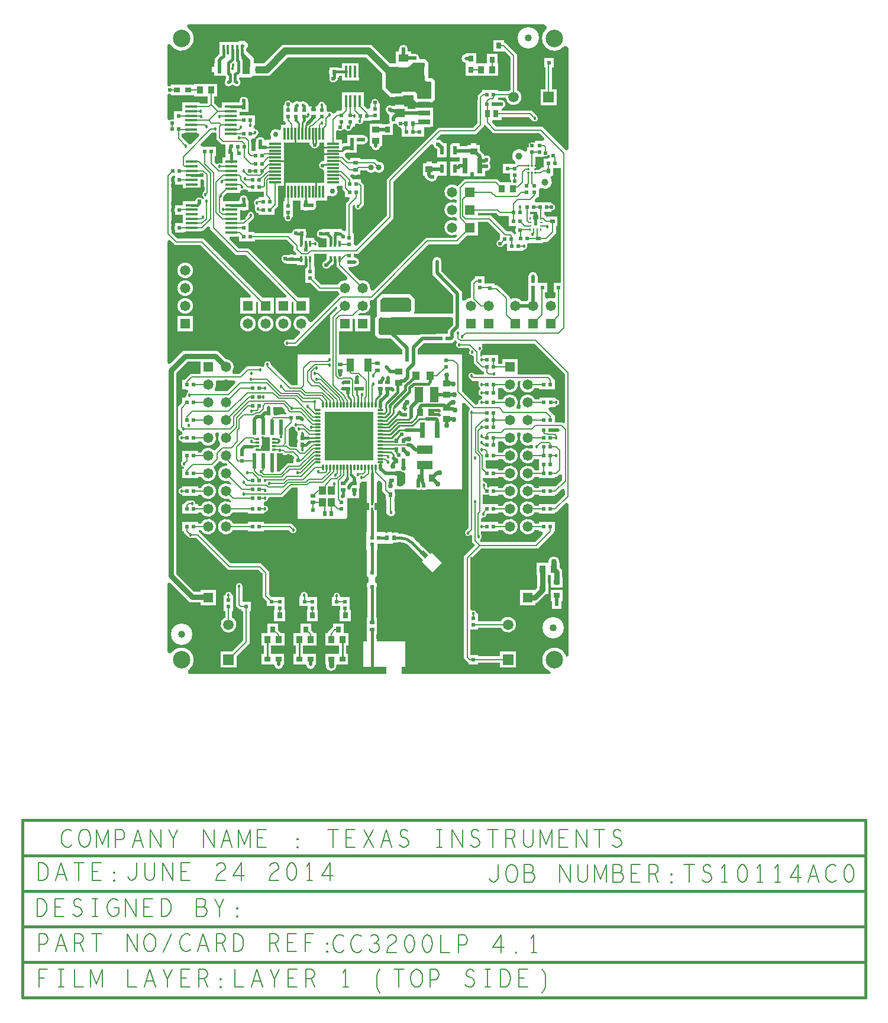
<source format=gbr>
G04 ================== begin FILE IDENTIFICATION RECORD ==================*
G04 Layout Name:  CC3200-LAUNCHXL_BRD_Rev4p1_20140624.brd*
G04 Film Name:    L1.gbr*
G04 File Format:  Gerber RS274X*
G04 File Origin:  Cadence Allegro 16.6-P004*
G04 Origin Date:  Tue Jun 24 08:36:08 2014*
G04 *
G04 Layer:  VIA CLASS/TOP*
G04 Layer:  PIN/TOP*
G04 Layer:  ETCH/TOP*
G04 Layer:  DRAWING FORMAT/L1*
G04 Layer:  DRAWING FORMAT/FILM_LABEL_OUTLINE*
G04 *
G04 Offset:    (0.0000 0.0000)*
G04 Mirror:    No*
G04 Mode:      Positive*
G04 Rotation:  0*
G04 FullContactRelief:  No*
G04 UndefLineWidth:     6.0000*
G04 ================== end FILE IDENTIFICATION RECORD ====================*
%FSLAX25Y25*MOIN*%
%IR0*IPPOS*OFA0.00000B0.00000*MIA0B0*SFA1.00000B1.00000*%
%ADD73R,.07X.15*%
%ADD71R,.045276X.057087*%
%ADD59R,.057087X.045276*%
%AMMACRO44*
4,1,6,.004724,.021654,
-.01378,.021654,
-.01378,-.021654,
.004724,-.021654,
.01378,-.012598,
.01378,.012598,
.004724,.021654,
0.0*
%
%ADD44MACRO44*%
%ADD38C,.03*%
%ADD11C,.04*%
%ADD48C,.032*%
%ADD17C,.024*%
%AMMACRO47*
21,1,.074803,.043307,0.0,0.0,89.997*%
%ADD47MACRO47*%
%AMMACRO34*
4,1,24,.032382,-.010827,
.032382,.010827,
.032083,.014245,
.031195,.017559,
.029745,.020669,
.027776,.02348,
.02535,.025906,
.022539,.027875,
.01943,.029325,
.016115,.030213,
.012697,.030512,
.012697,.030512,
-.032382,.030512,
-.032382,-.030512,
.012697,-.030512,
.016115,-.030213,
.019429,-.029325,
.022539,-.027875,
.02535,-.025906,
.027776,-.02348,
.029745,-.020669,
.031195,-.017559,
.032083,-.014245,
.032382,-.010827,
.032382,-.010827,
0.0*
%
%ADD34MACRO34*%
%AMMACRO63*
21,1,.041339,.025,0.0,0.0,135.*%
%ADD63MACRO63*%
%ADD12C,.018*%
%ADD15C,.058*%
%AMMACRO45*
21,1,.03937,.017717,0.0,0.0,89.997*%
%ADD45MACRO45*%
%AMMACRO62*
21,1,.02598,.01417,0.0,0.0,135.*%
%ADD62MACRO62*%
%ADD26R,.011811X.011811*%
%ADD14R,.058X.058*%
%ADD79C,.03937*%
%ADD21C,.059055*%
%ADD10C,.098425*%
%ADD80C,.01378*%
%ADD19R,.059055X.059055*%
%AMMACRO61*
21,1,.086614,.041339,0.0,0.0,135.*%
%ADD61MACRO61*%
%ADD52R,.019685X.019685*%
%AMMACRO55*
21,1,.025984,.022835,0.0,0.0,135.*%
%ADD55MACRO55*%
%ADD54R,.01378X.01378*%
%ADD18R,.032X.03*%
%ADD60R,.03X.032*%
%ADD70R,.07X.03*%
%ADD68R,.04X.05*%
%ADD36R,.07X.012*%
%ADD41O,.012X.038*%
%ADD37R,.012X.07*%
%ADD35R,.009842X.064961*%
%ADD76R,.035X.031*%
%ADD40O,.038X.012*%
%ADD30R,.031X.035*%
%ADD69R,.063X.05*%
%ADD16R,.07X.016*%
%ADD39R,.04X.048*%
%AMMACRO53*
4,1,6,-.004724,-.021654,
.01378,-.021654,
.01378,.021654,
-.004724,.021654,
-.01378,.012598,
-.01378,-.012598,
-.004724,-.021654,
0.0*
%
%ADD53MACRO53*%
%ADD27R,.024X.039*%
%ADD72R,.024X.048*%
%ADD31R,.024X.085*%
%AMMACRO29*
4,1,24,-.032382,.010827,
-.032382,-.010827,
-.032083,-.014245,
-.031195,-.017559,
-.029745,-.020669,
-.027776,-.02348,
-.02535,-.025906,
-.022539,-.027875,
-.01943,-.029325,
-.016115,-.030213,
-.012697,-.030512,
-.012697,-.030512,
.032382,-.030512,
.032382,.030512,
-.012697,.030512,
-.016115,.030213,
-.019429,.029325,
-.022539,.027875,
-.02535,.025906,
-.027776,.02348,
-.029745,.020669,
-.031195,.017559,
-.032083,.014245,
-.032382,.010827,
-.032382,.010827,
0.0*
%
%ADD29MACRO29*%
%ADD74R,.068898X.159449*%
%ADD78R,.011024X.016142*%
%ADD77R,.016142X.011024*%
%ADD51R,.01417X.02598*%
%ADD46R,.043307X.074803*%
%ADD49R,.017X.066929*%
%ADD32R,.019685X.011811*%
%ADD24O,.049213X.037402*%
%ADD23R,.035433X.03937*%
%ADD58R,.03937X.035433*%
%ADD28R,.059055X.061024*%
%ADD64R,.037402X.03937*%
%ADD13R,.022441X.024409*%
%ADD56R,.03937X.037402*%
%ADD50R,.03937X.03937*%
%ADD20R,.024409X.022441*%
%ADD43R,.015748X.037402*%
%ADD75R,.031496X.03937*%
%ADD57R,.055118X.041339*%
%ADD67R,.049213X.086614*%
%ADD66R,.031496X.086614*%
%ADD65R,.086614X.049213*%
%ADD25R,.015748X.05315*%
%ADD42R,.275591X.275591*%
%ADD22R,.022835X.025984*%
%ADD33R,.025984X.022835*%
%ADD81C,.01*%
%ADD82C,.012*%
%ADD83C,.015*%
%ADD84C,.0199*%
%ADD85C,.015748*%
%ADD86C,.006*%
%ADD87C,.008*%
%ADD90C,.088*%
%ADD88C,.12*%
%ADD89R,.088X.088*%
G75*
%LPD*%
G75*
G36*
G01X14500Y2000D02*
X13824Y2676D01*
G02X13955Y4200I707J707D01*
G03X4200Y13955I-4034J5721D01*
G02X2676Y13824I-817J576D01*
G01X2000Y14500D01*
Y52583D01*
G02X3707Y53290I1000J0D01*
G01X14738Y42260D01*
X20600D01*
Y40600D01*
X29400D01*
Y49400D01*
X20600D01*
Y48260D01*
X17223D01*
X7000Y58483D01*
Y171757D01*
X13243Y178000D01*
X20600D01*
Y171050D01*
X15004D01*
X11675Y167720D01*
X10488D01*
Y162280D01*
X12820D01*
G02X13527Y160572I0J-1000D01*
G01X13227Y160273D01*
G03X12709Y158820I1273J-1273D01*
G02X11714Y157720I-995J-100D01*
G01X10488D01*
Y154924D01*
X8200Y152635D01*
Y140254D01*
X9727Y138727D01*
G03X10488Y138274I1273J1273D01*
G01Y137300D01*
X10000Y136809D01*
X9821Y136791D01*
G03Y133209I179J-1791D01*
G01X10000Y133191D01*
X10488Y132700D01*
Y132280D01*
X19512D01*
Y133200D01*
X20985D01*
G03X29018Y136793I4015J1800D01*
G02X29932Y138200I913J407D01*
G01X30068D01*
G02X30982Y136793I0J-1000D01*
G03X31707Y132082I4018J-1793D01*
G02X31675Y130721I-748J-663D01*
G01X29279Y128325D01*
G02X27918Y128293I-697J717D01*
G03X20985Y126800I-2918J-3293D01*
G01X19512D01*
Y127720D01*
X10488D01*
Y122079D01*
X10205Y121795D01*
G03X11114Y118709I1295J-1295D01*
G01X11509Y118624D01*
Y117720D01*
X10488D01*
Y112280D01*
X19512D01*
Y113200D01*
X20985D01*
G03X28282Y117931I4015J1800D01*
G01X28222Y117998D01*
X28031Y118485D01*
X31515Y121969D01*
X32002Y121778D01*
X32069Y121718D01*
G03X35130Y120602I2931J3282D01*
G01X35346Y120608D01*
X35714Y120240D01*
G02X35324Y119388I-354J-354D01*
G03X36566Y110888I-324J-4388D01*
G01X37937Y109517D01*
X37332Y108753D01*
X36969Y108935D01*
G03X36566Y100888I-1969J-3935D01*
G01X37937Y99517D01*
X37332Y98753D01*
X36969Y98935D01*
G03X39015Y93200I-1969J-3935D01*
G01X47488D01*
Y92280D01*
X56512D01*
Y92700D01*
X57000Y93191D01*
X57179Y93209D01*
G03Y96791I-179J1791D01*
G01X57000Y96809D01*
X56512Y97300D01*
Y98700D01*
X57000Y99191D01*
X57179Y99209D01*
G03X58790Y100807I-179J1791D01*
G02X59784Y101700I994J-107D01*
G01X66946D01*
X72196Y106950D01*
X75500D01*
Y89500D01*
X102500D01*
X103500Y90500D01*
Y101000D01*
X110000D01*
Y106787D01*
X110299D01*
Y109299D01*
X111308Y110308D01*
X111502Y110317D01*
G03X112015Y110398I-112J2397D01*
G01X112079Y110415D01*
X114395D01*
Y99200D01*
G03X114575Y98194I2900J0D01*
G01X114606Y98110D01*
Y94790D01*
X114575Y94706D01*
G03X114395Y93700I2720J-1006D01*
G01Y81985D01*
X114212D01*
Y81847D01*
X114075D01*
Y71823D01*
X114395D01*
Y58937D01*
G03X114485Y58222I2900J0D01*
G01X114500Y58161D01*
Y51200D01*
X114811D01*
Y48579D01*
X114895D01*
Y33671D01*
X114496D01*
Y28387D01*
X114500D01*
Y20535D01*
X112358D01*
Y6000D01*
X116295D01*
X118295Y6000D01*
X125381Y6000D01*
Y2000D01*
X14500D01*
G37*
G36*
G01X71746Y164800D02*
X60300Y176246D01*
Y176500D01*
G03X56700I-1800J0D01*
G01Y175980D01*
G02X55236Y175094I-1000J0D01*
G03X54400Y175300I-836J-1594D01*
G01X46754D01*
X42504Y171050D01*
X39523D01*
G02X38685Y172596I0J1000D01*
G03X35045Y179400I-3685J2404D01*
G01X34841Y179402D01*
X30243Y184000D01*
X10757D01*
X3707Y176950D01*
G02X2000Y177657I-707J707D01*
G01Y245540D01*
G02X3707Y246247I1000J0D01*
G01X6254Y243700D01*
X20754D01*
X48847Y215607D01*
G02X48140Y213900I-707J-707D01*
G01X43100D01*
Y205100D01*
X51900D01*
Y211347D01*
G02X52754Y211701I500J0D01*
G01X53100Y211354D01*
Y205100D01*
X61900D01*
Y213900D01*
X55646D01*
X22246Y247300D01*
X7746D01*
X4300Y250746D01*
Y282144D01*
X4935Y282780D01*
X6268D01*
Y281484D01*
X6232D01*
Y279516D01*
X6268D01*
Y277780D01*
X10878D01*
Y275582D01*
X20878D01*
Y280750D01*
X21500D01*
G03X21638Y280754I0J2250D01*
G02X22700Y279756I62J-998D01*
G01Y273746D01*
X22227Y273273D01*
G03X22556Y270468I1273J-1273D01*
G02X22664Y269707I-262J-426D01*
G03X22576Y269601I1336J-1207D01*
G02X21784Y269602I-396J306D01*
G03X17834Y268842I-1784J-1371D01*
G01X17732Y268477D01*
X10878D01*
Y266220D01*
X6268D01*
Y264484D01*
X6232D01*
Y262516D01*
X6268D01*
Y260780D01*
X10878D01*
Y256220D01*
X6268D01*
Y254484D01*
X6232D01*
Y252516D01*
X6268D01*
Y250780D01*
X11512D01*
Y251082D01*
X20878D01*
X21378Y251582D01*
X22127D01*
X24493Y253947D01*
G02X26200Y253240I707J-707D01*
G01Y252754D01*
X40754Y238200D01*
X46254D01*
X68847Y215607D01*
G02X68140Y213900I-707J-707D01*
G01X63100D01*
Y205100D01*
X71900D01*
Y211347D01*
G02X72754Y211701I500J0D01*
G01X73100Y211354D01*
Y205100D01*
X81900D01*
Y213900D01*
X75646D01*
X47746Y241800D01*
X42246D01*
X37230Y246816D01*
G02X37937Y248523I707J707D01*
G01X42488D01*
Y245780D01*
X51512D01*
Y246700D01*
X69254D01*
X73200Y242754D01*
Y240554D01*
X74688Y239066D01*
G02X74335Y238213I-354J-354D01*
G01X73033D01*
Y238287D01*
X70967D01*
Y238213D01*
X68911D01*
X68870Y238219D01*
G03X66909Y234409I-370J-2219D01*
G01X67997Y233321D01*
X69201D01*
Y232929D01*
X75154D01*
Y232299D01*
X79780D01*
Y222488D01*
X82576D01*
X87365Y217700D01*
X97985D01*
G03X98777Y216504I4015J1800D01*
G01X99106Y216151D01*
X83361Y200406D01*
G02X81699Y200814I-707J707D01*
G03X76186Y195301I-4199J-1314D01*
G02X76594Y193639I-299J-954D01*
G01X73254Y190300D01*
X69500D01*
G03Y186700I0J-1800D01*
G01X74746D01*
X97212Y209166D01*
X97669Y208709D01*
X97700Y208565D01*
G03X97792Y208213I4300J935D01*
G01X97880Y207926D01*
X93700Y203746D01*
Y182000D01*
X75500D01*
Y164800D01*
X71746D01*
G37*
G36*
G01X5768Y315516D02*
Y314412D01*
X5201D01*
X5136Y314430D01*
G03X3537Y314188I-526J-1930D01*
G02X2000Y315031I-537J844D01*
G01Y328042D01*
G02X3167Y329028I1000J0D01*
G03X3267Y329014I333J1972D01*
G02X4150Y328020I-117J-993D01*
G01Y328000D01*
X17079D01*
Y327531D01*
X24850D01*
Y323596D01*
X24731Y323477D01*
X20671D01*
X20171Y323977D01*
X10378D01*
Y319220D01*
X5768D01*
Y317484D01*
X5732D01*
Y315516D01*
X5768D01*
G37*
G36*
G01X15439Y300484D02*
G02X13935Y300587I-707J707D01*
G03X13773Y300773I-1435J-1087D01*
G01X10190Y304356D01*
Y306280D01*
X11012D01*
Y306582D01*
X19122D01*
G02X19829Y304875I0J-1000D01*
G01X15439Y300484D01*
G37*
G36*
G01X108928Y243473D02*
G02X107220Y244180I-707J707D01*
G01Y250512D01*
X106300D01*
Y265754D01*
X106902Y266356D01*
X107719Y265907D01*
X107702Y265594D01*
G03X110773Y264227I1798J-94D01*
G01X112800Y266254D01*
Y277746D01*
X111012Y279534D01*
Y280720D01*
X106410D01*
Y281135D01*
X105112Y282434D01*
G02X105465Y283287I354J354D01*
G01X106967D01*
Y283213D01*
X109033D01*
Y283287D01*
X110799D01*
Y285700D01*
X114311D01*
G03X119000Y285282I2524J1800D01*
G03X120879Y290587I2165J2218D01*
G01X120646Y290565D01*
X119211Y292000D01*
X110799D01*
Y292713D01*
X109033D01*
Y292787D01*
X106967D01*
Y292713D01*
X105201D01*
Y291871D01*
X104175D01*
X102178Y293867D01*
G02X102434Y295467I707J707D01*
G03X102810Y295701I-1126J2226D01*
G01X108713D01*
Y297467D01*
X108787D01*
Y300280D01*
X112512D01*
Y300470D01*
X112926Y300542D01*
G03Y305458I-426J2458D01*
G01X112512Y305530D01*
Y305720D01*
X103488D01*
Y301299D01*
X103429D01*
Y300995D01*
X101081D01*
X100857Y300771D01*
X100240Y301027D01*
Y302921D01*
X97040D01*
Y307379D01*
G02X98527Y308253I1000J0D01*
G03X101000Y308677I973J1747D01*
G02X102500I750J-661D01*
G03X105855Y309253I1500J1323D01*
G01X105893Y309348D01*
X107034Y310488D01*
X107720D01*
Y311338D01*
G02X109356Y312110I1000J0D01*
G03X111773Y312227I1144J1390D01*
G01X112410Y312865D01*
Y313780D01*
X117012D01*
Y313988D01*
X121720D01*
Y323052D01*
G02X121000Y324008I280J960D01*
G03X117000I-2000J-8D01*
G02X116280Y323052I-1000J4D01*
G01Y321180D01*
G02X114572Y320473I-1000J0D01*
G01X112689Y322357D01*
Y329579D01*
X100311D01*
Y319982D01*
X99842Y319512D01*
X97280D01*
Y318825D01*
X96439Y317984D01*
G02X94935Y318087I-707J707D01*
G03X92999Y318729I-1435J-1087D01*
G02X91720Y319689I-278J960D01*
G01Y322512D01*
X91041D01*
X90958Y322909D01*
G03X87042I-1958J-409D01*
G01X86959Y322512D01*
X86280D01*
Y321600D01*
X81720D01*
Y322512D01*
X81287D01*
Y322947D01*
X80117Y324117D01*
G03X77064Y324280I-1617J-1617D01*
G02X76436I-314J389D01*
G03X73383Y324117I-1436J-1780D01*
G01X73211Y323946D01*
G02X71669Y324102I-707J707D01*
G03X68008Y323182I-1669J-1102D01*
G01X67992Y323001D01*
X67500Y322512D01*
X67280D01*
Y313488D01*
X68200D01*
Y313254D01*
X68507Y312947D01*
G02X67800Y311240I-707J-707D01*
G01X66079D01*
Y309417D01*
G02X64559Y308563I-1000J0D01*
G03X60434Y304445I-1559J-2563D01*
G02X59579Y302927I-855J-518D01*
G01X57760D01*
Y302663D01*
X56928D01*
X56799Y302969D01*
G03X52736Y303764I-2299J-969D01*
G01X52365Y303394D01*
G02X52095Y303254I-354J354D01*
G01X52134Y303162D01*
X51934Y302963D01*
Y301799D01*
X51787D01*
Y300033D01*
X51713D01*
Y297967D01*
X51787D01*
Y296720D01*
X49500D01*
Y303046D01*
X49383Y303162D01*
X49639Y303780D01*
X51512D01*
Y304466D01*
X52773Y305727D01*
G03X51901Y308755I-1273J1273D01*
G01X51512Y308844D01*
Y309221D01*
G02X50596Y310538I33J999D01*
G03X50643Y310701I-1707J572D01*
G01X50679Y310859D01*
X51166Y311280D01*
X51512D01*
Y316720D01*
X42622D01*
Y318701D01*
X47713D01*
Y320467D01*
X47787D01*
Y322533D01*
X47713D01*
Y324299D01*
X47321D01*
Y325861D01*
X46591Y326591D01*
G03X42756Y324836I-1591J-1591D01*
G01X42757Y324817D01*
Y323977D01*
X32622D01*
Y320918D01*
X31127D01*
X28450Y323596D01*
Y327531D01*
X29921D01*
Y334469D01*
X17079D01*
Y334000D01*
X4150D01*
Y333980D01*
G02X3267Y332986I-1000J0D01*
G03X3167Y332972I233J-1986D01*
G02X2000Y333958I-167J986D01*
G01Y356067D01*
G02X3865Y356568I1000J0D01*
G03X13432Y366135I6056J3511D01*
G02X13933Y368000I502J865D01*
G01X214500D01*
X215612Y366888D01*
G02X215552Y365418I-707J-707D01*
G03X225418Y355552I4527J-5339D01*
G02X226888Y355612I763J-647D01*
G01X228000Y354500D01*
Y297960D01*
G02X226293Y297253I-1000J0D01*
G01X213246Y310300D01*
X187246D01*
X185098Y312448D01*
G02X185805Y314155I707J707D01*
G01X190240D01*
Y315824D01*
X205631D01*
X207727Y313727D01*
G03X210273Y316273I1273J1273D01*
G01X207122Y319424D01*
X190240D01*
Y320486D01*
X190616Y320582D01*
G03X190000Y325495I-616J2418D01*
G01X188512D01*
Y326700D01*
X192695D01*
X192763Y326281D01*
G03X198958Y331073I4394J719D01*
G01Y351088D01*
X192296Y357750D01*
X191800D01*
Y359200D01*
X185700D01*
Y352700D01*
X192254D01*
X195357Y349597D01*
Y331073D01*
G03X194168Y330300I1800J-4073D01*
G01X188512D01*
Y331220D01*
X179488D01*
Y330534D01*
X176700Y327746D01*
Y312246D01*
X174254Y309800D01*
X154754D01*
X125700Y280746D01*
Y260246D01*
X108928Y243473D01*
G37*
G36*
G01X40197Y165743D02*
X35754Y161300D01*
X29677D01*
G02X28811Y162800I0J1000D01*
G03X29238Y166181I-3811J2200D01*
G02X30202Y167450I963J269D01*
G01X39490D01*
G02X40197Y165743I0J-1000D01*
G37*
G36*
G01X72002Y259488D02*
X72720D01*
Y268760D01*
X77201D01*
Y263287D01*
X78967D01*
Y263213D01*
X81033D01*
Y263287D01*
X82799D01*
Y263434D01*
X84463D01*
X85264Y264236D01*
G03X85656Y267256I-1764J1764D01*
G02X86520Y268760I864J504D01*
G01X91921D01*
Y270583D01*
G02X93441Y271437I1000J0D01*
G03X97566Y275555I1559J2563D01*
G02X98421Y277073I855J518D01*
G01X100588D01*
Y274976D01*
X101988Y273576D01*
Y270780D01*
X103820D01*
G02X104527Y269072I0J-1000D01*
G01X102700Y267246D01*
Y252396D01*
G02X100993Y251689I-1000J0D01*
G01X100361Y252321D01*
X100299D01*
Y252713D01*
X98533D01*
Y252787D01*
X96467D01*
Y252713D01*
X93033D01*
Y252787D01*
X90967D01*
Y252713D01*
X89201D01*
Y252321D01*
X87639D01*
X86909Y251591D01*
G03X89060Y247821I1591J-1591D01*
G01X89201D01*
Y247429D01*
X91460D01*
X91654Y247235D01*
Y242300D01*
X87934D01*
G02X87004Y243668I0J1000D01*
G03X85343Y246131I-1674J663D01*
G01X84846Y246631D01*
Y247701D01*
X80213D01*
Y248967D01*
X80287D01*
Y251033D01*
X80213D01*
Y252799D01*
X74929D01*
Y252709D01*
G03X72295Y250947I-429J-2209D01*
G02X70780Y250300I-980J199D01*
G01X51512D01*
Y251220D01*
X47732D01*
Y252516D01*
X47768D01*
Y254484D01*
X47732D01*
Y255934D01*
X50800Y259002D01*
Y260500D01*
G03X47207Y260664I-1800J0D01*
G01X47191Y260484D01*
X44448Y257741D01*
X43122D01*
Y263287D01*
X43966D01*
Y263213D01*
X46034D01*
Y263287D01*
X47799D01*
Y268571D01*
X47250D01*
Y269500D01*
G03X42750I-2250J0D01*
G01Y268571D01*
X42201D01*
Y268477D01*
X33300D01*
Y270255D01*
G03X33755Y271101I-1300J1245D01*
G01X33787Y271242D01*
X35568Y273023D01*
X43122D01*
Y273703D01*
G02X44078Y274702I1000J0D01*
G03X45054Y275041I-78J1798D01*
G02X46346Y274937I585J-811D01*
G01X46583Y274700D01*
X47488D01*
Y273780D01*
X56360D01*
Y270720D01*
X53488D01*
Y269800D01*
X52254D01*
X51227Y268773D01*
G03X51279Y266178I1273J-1273D01*
G02X51457Y264928I-678J-735D01*
G03X51727Y262727I1543J-928D01*
G01X52754Y261700D01*
X53488D01*
Y260780D01*
X62512D01*
Y263576D01*
X64560Y265624D01*
Y277079D01*
X68041D01*
Y268512D01*
X67280D01*
Y259488D01*
X67998D01*
X68000Y258991D01*
G03X72000I2000J9D01*
G01X72002Y259488D01*
G37*
G36*
G01X29978Y289067D02*
X28690Y290356D01*
Y293780D01*
X29512D01*
Y299220D01*
X21680D01*
G02X20973Y300928I0J1000D01*
G01X27246Y307200D01*
X29000D01*
G03X29157Y307207I0J1800D01*
G02X29700Y306709I43J-498D01*
G01Y303254D01*
X32754Y300200D01*
X34787D01*
Y297533D01*
X34713D01*
Y295467D01*
X34787D01*
Y292977D01*
X33122D01*
Y289800D01*
X31500D01*
G03X30330Y289368I0J-1800D01*
G01X29978Y289067D01*
G37*
G36*
G01X55260Y127644D02*
Y135356D01*
X59740D01*
Y127644D01*
X55260D01*
G37*
G36*
G01X63700Y116205D02*
Y126457D01*
X64566D01*
X64674Y126401D01*
G03X65500Y126200I826J1599D01*
G01X66754D01*
X67554Y125401D01*
X72343D01*
X73268Y124476D01*
Y123484D01*
X73232D01*
Y120800D01*
X69754D01*
X65159Y116205D01*
X63700D01*
G37*
G36*
G01X75287Y138284D02*
Y136033D01*
X75213D01*
Y133967D01*
X75287D01*
Y132033D01*
X75213D01*
Y130401D01*
X71681D01*
X70300Y131782D01*
Y139754D01*
X71793Y141247D01*
G02X73214Y141240I707J-707D01*
G03X73823Y140832I1286J1260D01*
G02X74128Y140289I-188J-463D01*
G03X75030Y138427I1777J-289D01*
G01X75287Y138284D01*
G37*
G36*
G01X61787Y148300D02*
Y150033D01*
X61713D01*
Y152429D01*
X66618D01*
X68162Y150884D01*
Y150036D01*
X68988Y149210D01*
Y148300D01*
X61787D01*
G37*
G36*
G01X67760Y278760D02*
Y301240D01*
X81923D01*
Y300249D01*
X83586Y298586D01*
G03X86414I1414J1414D01*
G01X87891Y300062D01*
Y301240D01*
X90240D01*
Y291013D01*
X89185D01*
X88086Y289914D01*
G03X89327Y286508I1414J-1414D01*
G02X90240Y285511I-87J-996D01*
G01Y278760D01*
X67760D01*
G37*
G36*
G01X88856Y221300D02*
X85220Y224935D01*
Y231512D01*
X84846D01*
Y238700D01*
X91654D01*
Y235836D01*
X89909Y234091D01*
G03X93091Y230909I1591J-1591D01*
G01X94481Y232299D01*
X97259D01*
Y231695D01*
X103391Y225564D01*
G02X102557Y223865I-707J-707D01*
G03X97985Y221300I-557J-4365D01*
G01X88856D01*
G37*
G36*
G01X98700Y182000D02*
Y195100D01*
X106400D01*
Y202200D01*
X107600D01*
Y195100D01*
X116400D01*
Y203900D01*
X110153D01*
G02X109799Y204754I0J500D01*
G01X110426Y205380D01*
X110713Y205292D01*
G03X116018Y211293I1287J4208D01*
G02X116932Y212700I913J407D01*
G01X117746D01*
X149246Y244200D01*
X165746D01*
X170646Y249100D01*
X176900D01*
Y256700D01*
X182754D01*
X189560Y249894D01*
X189488Y249720D01*
Y246924D01*
X189007Y246442D01*
X188891Y246405D01*
G03X191282Y243591I609J-1905D01*
G01X191318Y243662D01*
X191935Y244280D01*
X193488D01*
Y240280D01*
X202512D01*
Y240600D01*
G02X203009Y241100I500J0D01*
G03X204709Y243465I-9J1800D01*
G02X205658Y244780I949J314D01*
G01X207512D01*
Y244787D01*
X209967D01*
Y244713D01*
X212033D01*
Y244787D01*
X213799D01*
Y245529D01*
X216216D01*
X220900Y250213D01*
Y254429D01*
X221799D01*
Y259713D01*
X220033D01*
Y259787D01*
X217967D01*
Y259713D01*
X216201D01*
X215687Y259500D01*
X214578Y260609D01*
X214504D01*
Y261016D01*
X214353D01*
Y262280D01*
X218512D01*
Y262959D01*
X218909Y263042D01*
G03Y266958I-409J1958D01*
G01X218512Y267041D01*
Y267720D01*
X209822D01*
G02X209115Y269428I0J1000D01*
G01X210401Y270714D01*
X211499D01*
Y274840D01*
G02X212962Y275726I1000J0D01*
G03X218171Y281223I1822J3490D01*
G02X219031Y282732I860J510D01*
G01X219321D01*
Y284498D01*
X219396D01*
Y287032D01*
X223700D01*
Y222268D01*
X221516D01*
Y222232D01*
X219780D01*
Y216988D01*
X220700D01*
Y214625D01*
G02X219385Y213676I-1000J0D01*
G03X216207Y213518I-1385J-4176D01*
G02X214800Y214432I-407J913D01*
G01Y216988D01*
X216220D01*
Y222232D01*
X214484D01*
Y222268D01*
X212516D01*
Y222232D01*
X210720D01*
Y226012D01*
X210530D01*
X210458Y226426D01*
G03X205542I-2458J-426D01*
G01X205470Y226012D01*
X205280D01*
Y216988D01*
X205505D01*
Y213124D01*
G03X204376Y211995I2495J-3624D01*
G01X201624D01*
G03X196207Y213518I-3624J-2495D01*
G02X194804Y214342I-407J913D01*
G01X188146Y221000D01*
X186520D01*
Y222032D01*
X184784D01*
Y222068D01*
X182816D01*
Y222032D01*
X180720D01*
Y226012D01*
X175280D01*
Y225193D01*
X173000Y222913D01*
Y213923D01*
X172551Y213877D01*
G03X169737Y212451I449J-4377D01*
G02X167995Y213122I-742J671D01*
G01Y217533D01*
X156495Y229033D01*
Y234500D01*
G03X151505I-2495J0D01*
G01Y226967D01*
X163005Y215467D01*
Y205000D01*
X141536D01*
G02X141182Y205854I0J500D01*
G01X141500Y206172D01*
Y213328D01*
X138828Y216000D01*
X122672D01*
X120000Y213328D01*
Y203828D01*
X119000Y202828D01*
Y193172D01*
X121172Y191000D01*
X128219D01*
X134415Y184804D01*
Y182000D01*
X98700D01*
G37*
G36*
G01X129300Y279254D02*
X150322Y300277D01*
G02X152001Y299807I707J-707D01*
G03X153481Y298090I2424J593D01*
G01X153960Y297612D01*
Y293157D01*
X159360D01*
Y300958D01*
X157671D01*
X155733Y302895D01*
X154425D01*
G03X154182Y302883I0J-2495D01*
G01X153947Y302860D01*
X153426Y303381D01*
X156246Y306200D01*
X175746D01*
X180300Y310754D01*
Y310947D01*
G02X181154Y311301I500J0D01*
G01X185754Y306700D01*
X211754D01*
X214235Y304219D01*
G02X213528Y302512I-707J-707D01*
G01X209058D01*
Y301400D01*
X205600D01*
Y298732D01*
X204780D01*
Y297201D01*
G02X203058Y296509I-1000J0D01*
G03X197983Y290542I-2841J-2725D01*
G01X198081Y290474D01*
X198381Y289923D01*
X197762Y289304D01*
X191080D01*
Y284060D01*
X192816D01*
Y284024D01*
X195106D01*
Y280280D01*
X195829D01*
Y279769D01*
G03X195833Y279509I1998J-96D01*
G02X195335Y278969I-498J-41D01*
G01X189577D01*
X187746Y280800D01*
X169254D01*
X165340Y276886D01*
X164998Y277122D01*
G03X163885Y269324I-2498J-3622D01*
G02X165200Y268375I315J-949D01*
G01Y267892D01*
G02X164585Y267406I-500J0D01*
G01X164477Y267431D01*
X164427Y267456D01*
G03X163885Y259324I-1927J-3956D01*
G02X165200Y258375I315J-949D01*
G01Y258254D01*
X165437Y258017D01*
X164832Y257253D01*
X164469Y257435D01*
G03Y249565I-1969J-3935D01*
G01X164832Y249747D01*
X165437Y248983D01*
X164254Y247800D01*
X147754D01*
X118064Y218109D01*
G02X116365Y218943I-707J707D01*
G03X110434Y223612I-4365J557D01*
G01X104265Y229781D01*
G02X104972Y231488I707J707D01*
G01X107220D01*
Y231615D01*
G03X107849Y236625I390J2495D01*
G01X107665Y236642D01*
X107220Y237103D01*
Y238700D01*
X109246D01*
X129300Y258754D01*
Y279254D01*
G37*
G36*
G01X182464Y106980D02*
G02X181979Y107600I0J500D01*
G01X182006Y107709D01*
X182029Y107757D01*
G03X180689Y110189I-1529J743D01*
G02X179800Y111183I111J994D01*
G01Y112280D01*
X188512D01*
Y113200D01*
X190985D01*
G03Y116800I4015J1800D01*
G01X188512D01*
Y117720D01*
X181935D01*
X181300Y118356D01*
Y122280D01*
X188512D01*
Y123200D01*
X190985D01*
G03Y126800I4015J1800D01*
G01X188512D01*
Y133200D01*
X190985D01*
G03X199018Y136793I4015J1800D01*
G02X199932Y138200I913J407D01*
G01X200068D01*
G02X200982Y136793I0J-1000D01*
G03X206793Y130982I4018J-1793D01*
G02X208201Y130044I408J-913D01*
G03Y129956I1799J-44D01*
G02X206793Y129018I-1000J-25D01*
G03X209015Y123200I-1793J-4018D01*
G01X211488D01*
Y116800D01*
X209015D01*
G03Y113200I-4015J-1800D01*
G01X211488D01*
Y112280D01*
X220512D01*
Y113200D01*
X221746D01*
X222793Y114247D01*
G02X224500Y113540I707J-707D01*
G01Y111546D01*
X220675Y107720D01*
X211488D01*
Y106800D01*
X209015D01*
G03Y103200I-4015J-1800D01*
G01X211488D01*
Y102280D01*
X220512D01*
Y103200D01*
X221246D01*
X224193Y106147D01*
G02X225900Y105440I707J-707D01*
G01Y102946D01*
X220675Y97720D01*
X211488D01*
Y96800D01*
X209015D01*
G03Y93200I-4015J-1800D01*
G01X211488D01*
Y92280D01*
X220512D01*
Y93200D01*
X221246D01*
X226293Y98247D01*
G02X228000Y97540I707J-707D01*
G01Y32000D01*
X228000Y12500D01*
X227166Y11666D01*
X226732Y12101D01*
X226694Y12210D01*
G03X217790Y3306I-6615J-2289D01*
G01X217899Y3268D01*
X218334Y2834D01*
X217500Y2000D01*
X134000D01*
Y6000D01*
X135980D01*
Y20535D01*
X120100D01*
Y29200D01*
X120094D01*
Y33671D01*
X119695D01*
Y48579D01*
X119779D01*
Y51200D01*
X120200D01*
Y59100D01*
X120195D01*
Y71823D01*
X120515D01*
Y75544D01*
X122590D01*
Y75465D01*
X128873D01*
X129373Y75965D01*
X132231D01*
Y76355D01*
X132732D01*
G02X136959Y75228I-12J-8535D01*
G01X140876Y71311D01*
X141094Y71529D01*
X142475Y70148D01*
X142234Y69907D01*
X146218Y65923D01*
X145518Y65223D01*
X151364Y59377D01*
X156653Y64666D01*
X150807Y70512D01*
X150107Y69812D01*
X146123Y73796D01*
X145876Y73549D01*
X145159Y74266D01*
X145146D01*
X144489Y74923D01*
X144707Y75141D01*
X140041Y79807D01*
X139541Y79306D01*
X139211Y79489D01*
G03X132231Y81164I-6491J-11669D01*
G01Y81563D01*
X129166D01*
X128666Y82063D01*
X122590D01*
Y81985D01*
X120195D01*
Y93700D01*
G03X120015Y94706I-2900J0D01*
G01X119984Y94790D01*
Y98110D01*
X120015Y98194D01*
G03X120195Y99200I-2720J1006D01*
G01Y109992D01*
G02X121902Y110699I1000J0D01*
G01X122354Y110247D01*
X122407D01*
X123200Y109454D01*
Y104825D01*
X124929Y103096D01*
Y100201D01*
X125271D01*
Y97587D01*
X125310Y97547D01*
Y92687D01*
X126014Y91983D01*
G03X129910Y94729I2111J1142D01*
G01Y99453D01*
X129871Y99492D01*
Y100201D01*
X130213D01*
Y101967D01*
X130287D01*
Y104033D01*
X130213D01*
Y106000D01*
X135328D01*
X142008Y106000D01*
G03X145000Y106006I1492J2000D01*
G03X147992Y106000I1500J1994D01*
G01X168000D01*
Y153917D01*
G02X169707Y154624I1000J0D01*
G01X172186Y152145D01*
G02X172201Y150746I-707J-707D01*
G03X171700Y149500I1299J-1246D01*
G01Y84246D01*
X170227Y82773D01*
G03X172773Y80227I1273J-1273D01*
G01X172846Y80301D01*
G02X173700Y79947I354J-354D01*
G01Y76254D01*
X175454Y74500D01*
X169200Y68246D01*
Y10754D01*
X171644Y8310D01*
X171780D01*
Y7488D01*
X177220D01*
Y8357D01*
X189547D01*
Y5705D01*
X198453D01*
Y14610D01*
X189547D01*
Y11958D01*
X177220D01*
Y12732D01*
X175484D01*
Y12768D01*
X172800D01*
Y26988D01*
X177220D01*
Y28043D01*
X189927D01*
G03Y31643I4073J1800D01*
G01X177220D01*
Y36012D01*
X176344D01*
X176255Y36401D01*
G03X174050Y37743I-1755J-401D01*
G02X172800Y38711I-250J968D01*
G01Y66754D01*
X178746Y72700D01*
X210635D01*
X219690Y81754D01*
Y82280D01*
X220512D01*
Y87720D01*
X211488D01*
Y86800D01*
X209015D01*
G03Y83200I-4015J-1800D01*
G01X211488D01*
Y82280D01*
X212709D01*
G02X213417Y80572I0J-1000D01*
G01X209144Y76300D01*
X178746D01*
X178484Y76561D01*
G02X178587Y78065I707J707D01*
G03X178800Y80745I-1087J1435D01*
G01Y82280D01*
X188512D01*
Y83200D01*
X190985D01*
G03Y86800I4015J1800D01*
G01X188512D01*
Y87720D01*
X178800D01*
Y89207D01*
G02X179568Y90180I1000J0D01*
G03X181863Y91826I432J1820D01*
G01X181899Y92213D01*
X181966Y92280D01*
X188512D01*
Y93200D01*
X190985D01*
G03Y96800I4015J1800D01*
G01X188512D01*
Y97720D01*
X179800D01*
Y103020D01*
X183268D01*
Y102280D01*
X188512D01*
Y103200D01*
X190985D01*
G03Y106800I4015J1800D01*
G01X188512D01*
Y107720D01*
X183268D01*
Y106980D01*
X182464D01*
G37*
G36*
G01X135102Y115666D02*
G02X136000Y114672I-102J-995D01*
G01Y109500D01*
X134500Y108000D01*
X131299D01*
Y113713D01*
X130500D01*
Y116000D01*
X131000Y116500D01*
X133234D01*
X133336Y116398D01*
G03X135102Y115666I1767J1767D01*
G37*
G36*
G01X144172Y193000D02*
X122000D01*
X121000Y194000D01*
Y202000D01*
X122000Y203000D01*
X123039D01*
Y202827D01*
X127961D01*
Y203000D01*
X162500D01*
X163005Y202495D01*
Y198728D01*
X160005Y195728D01*
Y193720D01*
X153488D01*
Y193495D01*
X144667D01*
X144172Y193000D01*
G37*
G36*
G01X123039Y206000D02*
X122000D01*
Y212500D01*
X123500Y214000D01*
X138000D01*
X139500Y212500D01*
Y207000D01*
X138500Y206000D01*
X127961D01*
Y206173D01*
X123039D01*
Y206000D01*
G37*
G36*
G01X175623Y153800D02*
X168000Y161423D01*
Y182000D01*
X143185D01*
Y184956D01*
X146733Y188505D01*
X153488D01*
Y188280D01*
X162548D01*
X164362Y190093D01*
X165433Y189022D01*
X165132Y188670D01*
G03X166500Y185700I1368J-1170D01*
G01X171754D01*
X172427Y185028D01*
G02X172454Y184350I-354J-354D01*
G03X173719Y181550I1296J-1100D01*
G02X174700Y180550I-19J-1000D01*
G01Y177254D01*
X178754Y173200D01*
X179488D01*
Y172280D01*
X180310D01*
Y170800D01*
X175246D01*
X174773Y171273D01*
G03X172227Y168727I-1273J-1273D01*
G01X173754Y167200D01*
X176470D01*
G02X177374Y165771I0J-1000D01*
G03X177929Y163554I1626J-771D01*
G02Y161946I-595J-804D01*
G03X178991Y158700I1071J-1446D01*
G02X179488Y158200I-3J-500D01*
G01Y157300D01*
G02X178991Y156800I-500J0D01*
G03X177205Y154871I9J-1800D01*
G02X176207Y153800I-997J-71D01*
G01X175623D01*
G37*
G36*
G01X225046Y143499D02*
X224746Y143800D01*
X220512D01*
Y147720D01*
X219690D01*
Y147856D01*
X216973Y150572D01*
G02X217680Y152280I707J707D01*
G01X220620D01*
Y152700D01*
G02X221117Y153200I500J0D01*
G03Y156800I-9J1800D01*
G02X220620Y157300I3J500D01*
G01Y157720D01*
X211596D01*
Y156800D01*
X209015D01*
G03X201189Y152800I-4015J-1800D01*
G02X200323Y151300I-866J-500D01*
G01X199677D01*
G02X198811Y152800I0J1000D01*
G03X190985Y156800I-3811J2200D01*
G01X188512D01*
Y163200D01*
X190985D01*
G03X199290Y165978I4015J1800D01*
G02X200265Y167200I975J222D01*
G01X200904D01*
Y166610D01*
X200873Y166527D01*
G03X209015Y163200I4127J-1527D01*
G01X211488D01*
Y162280D01*
X220512D01*
Y167720D01*
X219690D01*
Y168356D01*
X217246Y170800D01*
X199400D01*
Y179400D01*
X190600D01*
Y176800D01*
X188512D01*
Y181720D01*
X179488D01*
Y181300D01*
G02X178991Y180800I-500J0D01*
G03X178843Y180793I9J-1800D01*
G02X178300Y181291I-43J498D01*
G01Y183792D01*
X178618Y183916D01*
G03X179321Y186570I-618J1584D01*
G02X180098Y188200I777J630D01*
G01X208754D01*
X225900Y171054D01*
Y143853D01*
G02X225046Y143499I-500J0D01*
G37*
G36*
G01X197414Y249921D02*
X196035Y251300D01*
X193246D01*
X184246Y260300D01*
X176900D01*
Y261700D01*
X187254D01*
X188754Y260200D01*
X194488D01*
Y254280D01*
X198268D01*
Y252984D01*
X198232D01*
Y251016D01*
X198268D01*
Y250275D01*
G02X197414Y249921I-500J0D01*
G37*
G36*
G01X208598Y254598D02*
Y258535D01*
Y261016D01*
X206561D01*
Y262280D01*
X210553D01*
Y261016D01*
X210402D01*
Y258535D01*
Y254598D01*
X208598D01*
G37*
G36*
G01X210562Y286432D02*
X210456Y286485D01*
G03X210210Y286591I-987J-1954D01*
G02X209593Y287826I339J941D01*
G03X209454Y289456I-2093J643D01*
G01X209400Y289562D01*
Y293488D01*
X214499D01*
Y293586D01*
G03X216603Y294299I518J1932D01*
G02X217500Y293996I397J-305D01*
G03X217531Y293649I2000J4D01*
G02X216547Y292473I-984J-176D01*
G01X214057D01*
Y288331D01*
X214038D01*
Y287432D01*
X212744D01*
X211744Y286432D01*
X210562D01*
G37*
%LPC*%
G75*
G36*
G01X91250Y6750D02*
Y7500D01*
X91150D01*
Y13500D01*
X98650D01*
Y18031D01*
X91079D01*
Y24969D01*
X92550D01*
Y25596D01*
X95450Y28496D01*
Y30300D01*
X101550D01*
Y24969D01*
X103921D01*
Y18031D01*
X102650D01*
Y13500D01*
X103850D01*
Y7500D01*
X97250D01*
Y6750D01*
G02X91250I-3000J0D01*
G37*
G36*
G01X62264Y7042D02*
X62225Y7500D01*
X55150D01*
Y13500D01*
X56250D01*
Y18031D01*
X55079D01*
Y24969D01*
X58450D01*
Y30300D01*
X64550D01*
Y26546D01*
X66127Y24969D01*
X67921D01*
Y18031D01*
X60250D01*
Y13500D01*
X67850D01*
Y7500D01*
X67275D01*
X67236Y7042D01*
G02X62264I-2486J208D01*
G37*
G36*
G01X80264D02*
X80225Y7500D01*
X73150D01*
Y13500D01*
X74250D01*
Y18031D01*
X73079D01*
Y24969D01*
X76950D01*
Y30300D01*
X83050D01*
Y26546D01*
X84627Y24969D01*
X85921D01*
Y18031D01*
X78250D01*
Y13500D01*
X85850D01*
Y7500D01*
X85275D01*
X85236Y7042D01*
G02X80264I-2486J208D01*
G37*
G36*
G01X44300Y51500D02*
Y42732D01*
X45516D01*
Y42768D01*
X47484D01*
Y42732D01*
X49220D01*
Y37488D01*
X48300D01*
Y19412D01*
X40953Y12065D01*
Y5705D01*
X32047D01*
Y14610D01*
X38407D01*
X44700Y20903D01*
Y37488D01*
X43780D01*
Y38310D01*
X42644D01*
X40700Y40254D01*
Y51500D01*
G02X44300I1800J0D01*
G37*
G36*
G01X34700Y33915D02*
Y37488D01*
X33780D01*
Y46512D01*
X34656D01*
X34745Y46901D01*
G02X38255I1755J-401D01*
G01X38344Y46512D01*
X39220D01*
Y37488D01*
X38300D01*
Y33915D01*
G02X34700I-1800J-4073D01*
G37*
G36*
G01X39015Y86800D02*
X47488D01*
Y87720D01*
X56512D01*
Y86800D01*
X71746D01*
X74273Y84273D01*
G02X71727Y81727I-1273J-1273D01*
G01X70254Y83200D01*
X56512D01*
Y82280D01*
X47488D01*
Y83200D01*
X39015D01*
G02Y86800I-4015J1800D01*
G37*
G36*
G01X20985Y93200D02*
X19512D01*
Y92280D01*
X10488D01*
Y97720D01*
X11175D01*
X13254Y99800D01*
X16000D01*
G02X17792Y98173I0J-1800D01*
G01X17835Y97720D01*
X19512D01*
Y96800D01*
X20985D01*
G02Y93200I4015J-1800D01*
G37*
G36*
G01Y103200D02*
X19512D01*
Y102280D01*
X10488D01*
Y102700D01*
G03X9991Y103200I-500J0D01*
G02Y106800I9J1800D01*
G03X10488Y107300I-3J500D01*
G01Y107720D01*
X19512D01*
Y106800D01*
X20985D01*
G02Y103200I4015J-1800D01*
G37*
G36*
G01X19699Y82346D02*
X37746Y64300D01*
X54746D01*
X59300Y59746D01*
Y46885D01*
X60674Y45512D01*
X67970D01*
Y38200D01*
X68300D01*
Y31700D01*
X62200D01*
Y38200D01*
X62530D01*
Y40268D01*
X61734D01*
Y40232D01*
X59766D01*
Y40268D01*
X58030D01*
Y43065D01*
X55700Y45394D01*
Y58254D01*
X53254Y60700D01*
X36254D01*
X18254Y78700D01*
X15000D01*
G02X13727Y79227I0J1800D01*
G01X11310Y81644D01*
Y82280D01*
X10488D01*
Y87720D01*
X19512D01*
Y86800D01*
X20985D01*
G02Y83200I4015J-1800D01*
G01X20053D01*
G03X19699Y82346I0J-500D01*
G37*
G36*
G01X77200Y46508D02*
G02X80273Y47773I1800J-8D01*
G01X81050Y46996D01*
Y45512D01*
X86470D01*
Y38200D01*
X86800D01*
Y31700D01*
X80700D01*
Y38200D01*
X81030D01*
Y40268D01*
X80234D01*
Y40232D01*
X78266D01*
Y40268D01*
X76530D01*
Y45568D01*
G03X77200Y46508I-330J944D01*
G37*
G36*
G01X99300Y46009D02*
X99303Y45512D01*
X104720D01*
Y38200D01*
X105300D01*
Y31700D01*
X99200D01*
Y38200D01*
X99280D01*
Y40268D01*
X98484D01*
Y40232D01*
X96516D01*
Y40268D01*
X94780D01*
Y45512D01*
X95697D01*
X95700Y46009D01*
G02X99300I1800J-9D01*
G37*
G36*
G01X169625Y351166D02*
X170000Y351262D01*
Y351850D01*
X176000D01*
Y345969D01*
X181950D01*
Y351300D01*
X188050D01*
Y345969D01*
X188421D01*
Y339031D01*
X175579D01*
Y339150D01*
X170000D01*
Y346238D01*
X169625Y346334D01*
G02Y351166I625J2416D01*
G37*
G36*
G01X93281Y337870D02*
X93287Y337911D01*
Y339967D01*
X93213D01*
Y342033D01*
X93287D01*
Y343799D01*
X98571D01*
Y343518D01*
X100311D01*
Y346114D01*
X110130D01*
Y336421D01*
X100311D01*
Y339018D01*
X98571D01*
Y338201D01*
X98179D01*
Y336997D01*
X97091Y335909D01*
G02X93281Y337870I-1591J1591D01*
G37*
G36*
G01X53535Y346000D02*
X56550D01*
X67050Y356500D01*
X116950D01*
X127450Y346000D01*
X130744D01*
Y352567D01*
X132505D01*
Y354000D01*
G02X137495I2495J0D01*
G01Y352567D01*
X139256D01*
Y351495D01*
X141500D01*
G02X143995Y349000I0J-2495D01*
G01Y348500D01*
X147328D01*
X149000Y346828D01*
Y343961D01*
X149236D01*
Y339039D01*
X149000D01*
Y337800D01*
X151028D01*
X152600Y336228D01*
Y325772D01*
X151028Y324200D01*
X142272D01*
X140700Y325772D01*
Y328200D01*
X135128D01*
X134128Y327200D01*
X127472D01*
X123000Y331672D01*
Y340550D01*
X114050Y349500D01*
X69950D01*
X59450Y339000D01*
X53535D01*
G02X52984Y339044I0J3500D01*
G01X52945Y339050D01*
X50078D01*
X48928Y337900D01*
X43272D01*
X43064Y338107D01*
X42447Y337852D01*
Y337088D01*
X42617Y336917D01*
G02X39383Y333683I-1617J-1617D01*
G01X38750Y334315D01*
X38117Y333683D01*
G02X34883Y336917I-1617J1617D01*
G01X35116Y337151D01*
Y338665D01*
X34504Y339277D01*
X33956Y339050D01*
X28556D01*
Y340925D01*
X26965D01*
Y344075D01*
X28556D01*
Y345950D01*
X28761D01*
Y348789D01*
X30736Y350764D01*
G02X31147Y351097I1764J-1764D01*
G01X31376Y351244D01*
Y357917D01*
X41589D01*
X42272Y358600D01*
X45828D01*
X47300Y357128D01*
Y352328D01*
X50700Y348928D01*
Y345950D01*
X52945D01*
X52984Y345956D01*
G02X53535Y346000I552J-3456D01*
G37*
G36*
G01X218643Y343780D02*
Y331453D01*
X221295D01*
Y322547D01*
X212390D01*
Y331453D01*
X215043D01*
Y343780D01*
X214488D01*
Y349220D01*
X219732D01*
Y347484D01*
X219768D01*
Y345516D01*
X219732D01*
Y343780D01*
X218643D01*
G37*
G36*
G01X129000Y311456D02*
Y305650D01*
X122969D01*
Y299228D01*
X122010D01*
X121911Y298857D01*
G02X117089I-2411J643D01*
G01X116990Y299228D01*
X116031D01*
Y312071D01*
X122969D01*
Y311850D01*
X126393D01*
G03X127282Y313308I0J1000D01*
G02X127005Y314451I2218J1143D01*
G01Y316533D01*
X127222Y316750D01*
X125736Y318236D01*
G02X128998Y321995I1764J1764D01*
G01X130539D01*
Y322780D01*
X135461D01*
Y321720D01*
X137354D01*
Y320495D01*
X141655D01*
Y321000D01*
X151655D01*
Y310000D01*
X146732D01*
Y308484D01*
X146768D01*
Y306516D01*
X146732D01*
Y304780D01*
X133988D01*
Y309201D01*
X133858D01*
Y309504D01*
G03X133387Y310003I-500J0D01*
G02X131584Y311428I113J1997D01*
G03X130303Y312089I-958J-286D01*
G02X129500Y311956I-803J2362D01*
G03X129000Y311456I0J-500D01*
G37*
G36*
G01X151500Y279505D02*
X150500D01*
G02X148736Y280236I0J2495D01*
G01X147005Y281967D01*
Y282880D01*
X146031D01*
Y289620D01*
X147925D01*
Y290680D01*
X151075D01*
Y289620D01*
X153960D01*
Y290643D01*
X159360D01*
Y282842D01*
X154991D01*
G03X153992Y281888I0J-1000D01*
G02X151500Y279505I-2492J112D01*
G37*
G36*
G01X183551Y290127D02*
G03X183534Y289476I371J-335D01*
G02X181600Y285405I-1934J-1576D01*
G01X181009D01*
Y282469D01*
X174859D01*
Y284757D01*
X172741D01*
Y282469D01*
X166591D01*
Y282842D01*
X161440D01*
Y290643D01*
X165614D01*
X165767Y290795D01*
X166591D01*
Y293157D01*
X161440D01*
Y300958D01*
X166840D01*
Y299295D01*
X171131D01*
Y299920D01*
X173025D01*
Y300980D01*
X176175D01*
Y299920D01*
X178069D01*
Y297060D01*
X180429Y294700D01*
Y294194D01*
X180994D01*
X181058Y294211D01*
G02X183551Y290127I642J-2411D01*
G37*
G36*
G01X224220Y43200D02*
Y38768D01*
X222484D01*
Y38732D01*
X220516D01*
Y38768D01*
X218780D01*
Y43200D01*
X218167D01*
Y49300D01*
X224667D01*
Y43200D01*
X224220D01*
G37*
G36*
G01X222750Y65250D02*
Y64669D01*
X223021D01*
Y62171D01*
X224417Y60776D01*
Y56800D01*
X224667D01*
Y50700D01*
X218167D01*
Y57731D01*
X216450D01*
Y53050D01*
X216767D01*
Y46950D01*
X215193D01*
X210243Y42000D01*
X209400D01*
Y40600D01*
X200600D01*
Y49400D01*
X209157D01*
X210267Y50509D01*
Y53050D01*
X210450D01*
Y57731D01*
X210179D01*
Y64669D01*
X216750D01*
Y65250D01*
G02X222750I3000J0D01*
G37*
G54D90*
X12000Y209500D03*
Y219500D03*
Y229500D03*
X57500Y199500D03*
X47500D03*
X67500D03*
G54D88*
X10000Y24500D03*
X205500Y360500D03*
X219500Y28000D03*
G54D89*
X12000Y199500D03*
%LPD*%
G75*
G36*
G01X45300Y351685D02*
Y351500D01*
X48700Y348100D01*
Y344075D01*
X48465D01*
Y340265D01*
X48100Y339900D01*
X44311D01*
Y347924D01*
X43628Y348607D01*
Y356600D01*
X45000D01*
X45300Y356300D01*
Y355638D01*
X45218Y355513D01*
G03Y351810I2816J-1851D01*
G01X45300Y351685D01*
G37*
G36*
G01X150200Y326200D02*
X143100D01*
X142700Y326600D01*
Y329200D01*
X141700Y330200D01*
X134300D01*
X133300Y329200D01*
X128300D01*
X125000Y332500D01*
Y343000D01*
X126000Y344000D01*
X132539D01*
Y343587D01*
X137461D01*
Y344000D01*
X138000D01*
X140500Y346500D01*
X146500D01*
X147000Y346000D01*
Y343961D01*
X146677D01*
Y339039D01*
X147000D01*
Y336800D01*
X148000Y335800D01*
X150200D01*
X150600Y335400D01*
Y326600D01*
X150200Y326200D01*
G37*
G54D10*
X9921Y9921D03*
Y360079D03*
X220079Y9921D03*
Y360079D03*
G54D20*
X36500Y43890D03*
Y40110D03*
X46500D03*
Y43890D03*
X44000Y122110D03*
Y125890D03*
X65250Y42890D03*
Y39110D03*
X60750Y42890D03*
Y39110D03*
X70000Y262110D03*
Y265890D03*
X74500Y316110D03*
X70000D03*
X74500Y319890D03*
X70000D03*
X83750Y42890D03*
Y39110D03*
X79250Y42890D03*
Y39110D03*
X82500Y225110D03*
Y228890D03*
X79000Y316110D03*
X89000D03*
X79000Y319890D03*
X89000D03*
X102000Y42890D03*
Y39110D03*
X97500Y42890D03*
Y39110D03*
X100000Y98890D03*
Y95110D03*
X104500Y234110D03*
Y237890D03*
Y244110D03*
Y247890D03*
X100000Y313110D03*
Y316890D03*
X105000Y313110D03*
Y316890D03*
X117295Y78725D03*
Y74945D03*
X119000Y316610D03*
Y320390D03*
X174500Y10110D03*
Y13890D03*
Y33390D03*
Y29610D03*
X159000Y175110D03*
Y178890D03*
X183800Y219410D03*
X178000Y219610D03*
X183800Y223190D03*
X178000Y223390D03*
X193800Y282902D03*
Y286682D03*
X213500Y219610D03*
X208000D03*
X213500Y223390D03*
X208000D03*
X208779Y273336D03*
Y277116D03*
X204279Y273336D03*
Y277116D03*
X211779Y296110D03*
X207500D03*
X197827Y286682D03*
Y282902D03*
X211779Y299890D03*
X207500D03*
X221500Y37610D03*
Y41390D03*
X222500Y219610D03*
Y223390D03*
G54D11*
G01X129500Y339000D02*
X115500Y353000D01*
X68500D01*
X58000Y342500D01*
X53535D01*
X10000Y24500D03*
X205500Y360500D03*
X219500Y28000D03*
G54D30*
X57750Y34950D03*
X65250D03*
X61500Y27050D03*
X76250Y34950D03*
X83750D03*
X80000Y27050D03*
X94750Y34950D03*
X102250D03*
X98500Y27050D03*
X188750Y355950D03*
X181250D03*
X185000Y348050D03*
G54D21*
X36500Y29843D03*
X194000D03*
X197157Y327000D03*
G54D12*
G01X117295Y4114D02*
Y22900D01*
G01D02*
Y27171D01*
G01Y51063D02*
Y31029D01*
G01Y74945D02*
Y58937D01*
G01X121114Y78764D02*
X125731D01*
G01X129590D02*
X132720D01*
G02X140459Y75559I0J-10944D01*
G01X117295Y93700D02*
Y78725D01*
G01Y115200D02*
Y99200D01*
G01X146701Y69329D02*
X144165Y71865D01*
X144152D01*
X140459Y75559D01*
X15000Y80500D03*
X16000Y98000D03*
X11500Y120500D03*
X10000Y105000D03*
X11000Y140000D03*
X10000Y135000D03*
X14000Y142000D03*
X14500Y159000D03*
X12500Y299500D03*
X35000Y58000D03*
Y53000D03*
X36500Y46500D03*
X35000Y78000D03*
Y68000D03*
X22000Y259500D03*
X33500Y263618D03*
X32664Y279336D03*
X32000Y271500D03*
X23500Y272000D03*
X24000Y268500D03*
X31500Y288000D03*
X21000Y316000D03*
X31500D03*
X29000Y309000D03*
X24000Y310500D03*
X20882Y319118D03*
X36500Y335300D03*
X51500Y46000D03*
X55000Y58000D03*
X50000D03*
X45000D03*
X40000D03*
X55000Y53000D03*
X50000D03*
X45000D03*
X40000D03*
X55000Y48000D03*
X46500Y46200D03*
X42500Y51500D03*
X40000Y78000D03*
X45000D03*
X50000D03*
X55000D03*
Y68000D03*
X50000D03*
X45000D03*
X40000D03*
X57000Y95000D03*
Y101000D03*
X45000Y103500D03*
X57000Y105500D03*
X47000Y115500D03*
X54586Y116086D03*
X45000Y110000D03*
X57000Y111000D03*
X55500Y129500D03*
X55600Y135000D03*
X50000Y130000D03*
X49500Y133000D03*
Y150080D03*
X56112Y158000D03*
X48900Y168000D03*
X54400Y173500D03*
X49500Y171500D03*
X58500Y176500D03*
X57000Y163000D03*
X49000Y260500D03*
X53000Y264000D03*
X52500Y267500D03*
X44000Y276500D03*
X45578Y281078D03*
X45000Y285500D03*
X51500Y307000D03*
X48890Y311110D03*
X43500Y310000D03*
X42500Y304000D03*
X41000Y335300D03*
X39000Y345200D03*
X64750Y7250D03*
X60000Y58000D03*
Y53000D03*
X65000D03*
Y58000D03*
X70000Y53000D03*
Y58000D03*
X75000Y53000D03*
Y58000D03*
Y48000D03*
X70000D03*
X65000D03*
X60000D03*
Y78000D03*
Y68000D03*
X65000D03*
X70000D03*
X75000D03*
X73000Y83000D03*
X68500Y121500D03*
X61000Y116500D03*
X75500Y115500D03*
X59500Y109500D03*
X73500Y138000D03*
X71500Y131000D03*
X70000Y125000D03*
X78000Y128500D03*
X64972Y133445D03*
X78000Y137500D03*
X74500Y142500D03*
X75905Y140000D03*
X65500Y128000D03*
X66163Y135756D03*
X78000Y145500D03*
X66500Y150000D03*
X59071Y152000D03*
X71962Y151610D03*
X66000Y164000D03*
X69500Y188500D03*
X75000Y322500D03*
X94250Y6750D03*
X82750Y7250D03*
X80000Y53000D03*
Y58000D03*
X85000Y53000D03*
Y58000D03*
X90000Y53000D03*
Y58000D03*
X95000Y53000D03*
Y58000D03*
X90000Y48000D03*
X85000D03*
X97500Y46000D03*
X79000Y46500D03*
X80000Y68000D03*
X85000D03*
X90000D03*
X95000D03*
X96000Y109000D03*
X87000Y116000D03*
X96633Y114000D03*
X83000Y141000D03*
X85000Y155400D03*
X81164Y152664D03*
X85000Y171500D03*
X86154Y168154D03*
X86000Y174500D03*
X93500Y175950D03*
Y179000D03*
X85331Y244331D03*
X81500Y317000D03*
X89000Y312500D03*
X93500Y317000D03*
X89000Y322500D03*
X78500D03*
X110700Y3200D03*
X113000Y24700D03*
X110700Y21100D03*
X110800Y16700D03*
X110900Y12100D03*
X110700Y7300D03*
X113000Y29000D03*
Y33500D03*
Y39000D03*
X113500Y44000D03*
X109500Y46500D03*
X108500Y50000D03*
Y54000D03*
Y57500D03*
X109000Y61000D03*
X113000Y62500D03*
X100000Y53000D03*
Y58000D03*
Y63000D03*
X105000Y53000D03*
Y58000D03*
Y63000D03*
X113000Y80500D03*
Y66000D03*
Y70000D03*
Y75000D03*
X100000Y68000D03*
X105000D03*
X110000Y73000D03*
Y68000D03*
X112600Y94400D03*
X112800Y98900D03*
X100500Y102000D03*
X107500Y103100D03*
X113000Y85500D03*
Y90000D03*
X113600Y109100D03*
X113300Y104300D03*
X104339Y106833D03*
X109500Y114500D03*
X111390Y112715D03*
X100784Y162750D03*
X111621Y159501D03*
X99500Y170329D03*
X101000Y166000D03*
X109004Y169271D03*
X107610Y234110D03*
X109500Y265500D03*
X110500Y313500D03*
X107500Y316500D03*
X128500Y22000D03*
X133500D03*
X122900Y22200D03*
X121500Y43500D03*
Y38500D03*
Y34000D03*
X122000Y29500D03*
X133500Y42000D03*
Y37000D03*
Y32000D03*
X128500D03*
Y37000D03*
Y42000D03*
Y27000D03*
X133500D03*
X121500Y61500D03*
X125500Y58500D03*
Y55000D03*
Y52000D03*
Y48000D03*
X133500Y52000D03*
Y47000D03*
X129000Y64000D03*
X134000D03*
X133500Y57000D03*
X129000Y82500D03*
X133500Y82000D03*
X136000Y74000D03*
X133000Y75000D03*
X130000Y74500D03*
X126500D03*
X123000D03*
X121500Y71500D03*
Y68000D03*
Y64500D03*
X125500Y82500D03*
X129000Y69000D03*
X134000D03*
X121400Y103600D03*
X122200Y94700D03*
X121800Y99200D03*
X135000Y98500D03*
X121500Y85000D03*
Y90000D03*
X128125Y93125D03*
X121400Y109400D03*
X135000Y104000D03*
X126500Y121500D03*
X126553Y124553D03*
X129000Y162000D03*
X118000Y170000D03*
X126500Y169071D03*
X125300Y174900D03*
X123500Y168652D03*
X118000Y165500D03*
X126005Y298000D03*
X119500Y299500D03*
X138500Y22000D03*
X143500D03*
X148500D03*
X153500D03*
X138500Y17000D03*
X143500D03*
X148500D03*
X153500D03*
Y12000D03*
X148500D03*
X143500D03*
X138500D03*
X143500Y7000D03*
X148500D03*
X153500D03*
Y42000D03*
Y37000D03*
Y32000D03*
X148500Y42000D03*
Y37000D03*
Y32000D03*
X143500D03*
Y37000D03*
Y42000D03*
X138500D03*
Y37000D03*
Y32000D03*
Y27000D03*
X143500D03*
X148500D03*
X153500D03*
X157000Y63000D03*
X154000Y60500D03*
X151000Y57000D03*
X146500Y56000D03*
X143500Y58500D03*
X141000Y61500D03*
X153500Y52000D03*
Y47000D03*
X148500Y52000D03*
Y47000D03*
X143500D03*
Y52000D03*
X138500D03*
Y47000D03*
X143500Y80500D03*
X138500Y81000D03*
X146000Y77000D03*
X148000Y74500D03*
X151500Y74000D03*
X155500D03*
X143000Y65500D03*
X141500Y69000D03*
X139000Y71500D03*
X155000Y148000D03*
Y150500D03*
X154000Y234500D03*
X163500Y22000D03*
X168500D03*
X158500D03*
X163500Y17000D03*
X168500D03*
X158500D03*
Y12000D03*
X168500D03*
X163500D03*
Y7000D03*
X168500D03*
X158500D03*
X174500Y16500D03*
X158500Y42000D03*
Y37000D03*
Y32000D03*
X168500Y42000D03*
Y37000D03*
Y32000D03*
X163500Y42000D03*
Y37000D03*
Y32000D03*
Y27000D03*
X168500D03*
X158500D03*
X173500Y42000D03*
X174500Y36000D03*
X158500Y52000D03*
Y47000D03*
X168500Y52000D03*
Y47000D03*
X163500Y52000D03*
Y47000D03*
X173500D03*
Y52000D03*
Y57000D03*
X168500D03*
X173500Y62000D03*
X168500D03*
X163500Y57000D03*
X158500D03*
X163500Y62000D03*
X158000Y71500D03*
X161000Y69000D03*
X160000Y65500D03*
X173500Y67000D03*
X168500D03*
Y72000D03*
X163500D03*
Y77000D03*
X168500D03*
X158500D03*
X171500Y81500D03*
X175500Y99000D03*
Y123600D03*
X173500Y149500D03*
X173000Y175500D03*
X173500Y170000D03*
X168000Y192000D03*
X173750Y183250D03*
X166500Y187500D03*
X165894Y194213D03*
X170250Y348750D03*
X178500Y42000D03*
X183500D03*
X188500D03*
X193500D03*
X194000Y35000D03*
X188500D03*
X183500D03*
X178500Y52000D03*
Y47000D03*
X183500D03*
Y52000D03*
X188500Y47000D03*
Y52000D03*
X193500Y47000D03*
Y52000D03*
Y57000D03*
X188500D03*
X183500D03*
X178500D03*
X193500Y62000D03*
X188500D03*
X183500D03*
X178500D03*
X193500Y67000D03*
X188500D03*
X183500D03*
X178500D03*
X177500Y79500D03*
X180000Y92000D03*
X179000Y85000D03*
X180500Y108500D03*
X179000Y132500D03*
Y141000D03*
Y128500D03*
Y136000D03*
Y160500D03*
Y155000D03*
Y179000D03*
X186000Y171000D03*
X179000Y165000D03*
X178000Y185500D03*
X183800Y226000D03*
X194500Y252500D03*
X178550Y355950D03*
X210000Y130000D03*
X213500Y226000D03*
X208000D03*
X207800Y249600D03*
X203000Y242900D03*
X216000Y254000D03*
X209500Y261500D03*
X200890Y265110D03*
X209000Y315000D03*
X224500Y37500D03*
X222000Y139500D03*
X221000Y125000D03*
Y135000D03*
X221108Y155000D03*
X222500Y226000D03*
X223500Y346500D03*
G54D22*
X33571Y296500D03*
X37429D03*
X50571Y299000D03*
X54429D03*
X48929Y321500D03*
X45071D03*
X74071Y135000D03*
Y131000D03*
X62929Y149000D03*
X59071D03*
X77571Y250000D03*
X90571Y92500D03*
X94429D03*
X77929Y135000D03*
Y131000D03*
X81429Y250000D03*
X92071Y341000D03*
X95929D03*
X109929Y298500D03*
X106071D03*
X129590Y78764D03*
X125731D03*
X131429Y103000D03*
X127571D03*
X134929Y122000D03*
X131071D03*
X134929Y128500D03*
X131071D03*
X134929Y133500D03*
X131071D03*
X136500Y312000D03*
X140358D03*
X220538Y285532D03*
X216680D03*
G54D13*
X13110Y95000D03*
X16890D03*
X13110Y85000D03*
X16890D03*
X13110Y105000D03*
X16890D03*
X13110Y115000D03*
X16890D03*
X13110Y125000D03*
X16890D03*
X13110Y135000D03*
X16890D03*
X13110Y155000D03*
X16890D03*
X13110Y145000D03*
X16890D03*
X13110Y165000D03*
X16890D03*
X8890Y253500D03*
X5110D03*
X8890Y263500D03*
X5110D03*
X8890Y280500D03*
X5110D03*
X8890Y285500D03*
X5110D03*
X8390Y316500D03*
X4610D03*
Y309000D03*
X8390D03*
X26890Y296500D03*
X23110D03*
X50110Y95000D03*
X53890D03*
X50110Y85000D03*
X53890D03*
X50110Y101000D03*
X53890D03*
X50110Y111000D03*
X53890D03*
X50110Y106000D03*
X53890D03*
X50110Y158000D03*
X53890D03*
X50110Y153000D03*
X53890D03*
X50110Y163000D03*
X53890D03*
X45110Y253500D03*
X48890D03*
X45110Y248500D03*
X48890D03*
X56110Y263500D03*
Y268000D03*
X53890Y276500D03*
X50110D03*
X53890Y280500D03*
X50110D03*
X55390Y289500D03*
X51610D03*
Y285500D03*
X55390D03*
X41610Y299000D03*
X45390D03*
X55390Y294000D03*
X51610D03*
X45110Y306500D03*
X48890D03*
X45110Y314000D03*
X48890D03*
X75890Y122500D03*
X72110D03*
X71610Y146500D03*
X75390D03*
X59890Y263500D03*
Y268000D03*
X104610Y278000D03*
X108390D03*
X104610Y273500D03*
X108390D03*
X106110Y303000D03*
X109890D03*
X114390Y316500D03*
X110610D03*
X117334Y78764D03*
X121114D03*
X136610Y307500D03*
X140690Y179100D03*
X136910D03*
X156110Y191000D03*
X147890Y307500D03*
X144110D03*
X140390D03*
X159890Y191000D03*
X182110Y95000D03*
X185890D03*
X182110Y85000D03*
X185890D03*
X182110Y115000D03*
X185890D03*
X182110Y105000D03*
X185890D03*
X182110Y125000D03*
X185890D03*
X182110Y141000D03*
X185890D03*
X182110Y131000D03*
X185890D03*
X182110Y135000D03*
X185890D03*
X182110Y145000D03*
X185890D03*
X182110Y149000D03*
X185890D03*
X182110Y160500D03*
X185890D03*
X182110Y155000D03*
X185890D03*
X182110Y165000D03*
X185890D03*
X182110Y175000D03*
X185890D03*
X182110Y179000D03*
X185890D03*
X192110Y247000D03*
X185890Y323000D03*
X182110D03*
Y328500D03*
X185890D03*
X214110Y85000D03*
Y95000D03*
Y115000D03*
Y105000D03*
Y120000D03*
Y135000D03*
Y125000D03*
Y130000D03*
Y139500D03*
Y145000D03*
X214218Y155000D03*
X214110Y165000D03*
X197110Y252000D03*
X200890D03*
X196110Y243000D03*
X199890D03*
X197110Y257000D03*
X200890D03*
X195890Y247000D03*
X204890Y247500D03*
X201110D03*
X208390Y265000D03*
X204610D03*
X212110D03*
X200890Y262000D03*
X197110D03*
X217890Y85000D03*
Y95000D03*
Y115000D03*
Y105000D03*
Y120000D03*
Y135000D03*
Y125000D03*
Y130000D03*
Y139500D03*
Y145000D03*
X217998Y155000D03*
X217890Y165000D03*
X215890Y265000D03*
X216680Y289753D03*
X220459D03*
X220890Y346500D03*
X217110D03*
G54D31*
X56000Y121894D03*
X51000D03*
X56000Y141106D03*
X51000D03*
X66000Y121894D03*
X61000D03*
X66000Y141106D03*
X61000D03*
G54D40*
X86783Y121236D03*
Y140921D03*
Y138953D03*
Y136984D03*
Y135016D03*
Y133047D03*
Y131079D03*
Y129110D03*
Y127142D03*
Y125173D03*
Y123205D03*
Y150764D03*
Y148795D03*
Y146827D03*
Y144858D03*
Y142890D03*
X122217Y121236D03*
Y123205D03*
Y125173D03*
Y127142D03*
Y129110D03*
Y131079D03*
Y133047D03*
Y135016D03*
Y136984D03*
Y138953D03*
Y140921D03*
Y142890D03*
Y144858D03*
Y146827D03*
Y148795D03*
Y150764D03*
G54D50*
X135980Y4000D03*
X123382D03*
G54D23*
X26650Y331000D03*
X20350D03*
X58350Y21500D03*
X64650D03*
X76350D03*
X82650D03*
X94350D03*
X100650D03*
X190500Y275500D03*
X185150Y342500D03*
X178850D03*
X213450Y61200D03*
X196799Y275500D03*
X219750Y61200D03*
G54D32*
X52776Y128547D03*
Y130516D03*
Y132484D03*
Y134453D03*
X62224D03*
Y132484D03*
Y130516D03*
Y128547D03*
G54D41*
X89736Y118283D03*
X91705D03*
X93673D03*
X95642D03*
Y153717D03*
X93673D03*
X91705D03*
X89736D03*
X97610Y118283D03*
X99579D03*
X101547D03*
X103516D03*
X105484D03*
X107453D03*
X109421D03*
X111390D03*
X113358D03*
X115327D03*
Y153717D03*
X113358D03*
X111390D03*
X109421D03*
X107453D03*
X105484D03*
X103516D03*
X101547D03*
X99579D03*
X97610D03*
X117295Y118283D03*
X119264D03*
Y153717D03*
X117295D03*
G54D14*
X12000Y199500D03*
X25000Y45000D03*
Y175000D03*
X57500Y209500D03*
X47500D03*
X67500D03*
X77500D03*
X102000Y199500D03*
X112000D03*
X136000D03*
X173000D03*
X172500Y263500D03*
Y253500D03*
Y273500D03*
X195000Y175000D03*
X198000Y199500D03*
X183000D03*
X205000Y45000D03*
X218000Y199500D03*
X208000D03*
G54D33*
X45000Y262071D03*
Y265929D03*
X72000Y239429D03*
Y235571D03*
X84000Y98571D03*
Y102429D03*
X92000Y253929D03*
Y250071D03*
X80000Y262071D03*
Y265929D03*
X84500Y316071D03*
Y319929D03*
X107500Y105571D03*
Y109429D03*
X101000Y105571D03*
Y109429D03*
X103800Y166429D03*
Y162571D03*
X108800Y166429D03*
Y162571D03*
X99500Y172571D03*
Y176429D03*
X97500Y253929D03*
Y250071D03*
X108000Y293929D03*
Y290071D03*
Y282071D03*
Y285929D03*
X117295Y27171D03*
Y31029D03*
X128500Y111071D03*
Y114929D03*
X126000Y166429D03*
Y162571D03*
X122000Y166429D03*
Y162571D03*
X120500Y173071D03*
Y176929D03*
X211000Y243571D03*
Y247429D03*
X219000Y257071D03*
Y260929D03*
G54D42*
X104500Y136000D03*
G54D24*
X28939Y353661D03*
X48624D03*
G54D51*
X120523Y22900D03*
X117295D03*
G54D60*
X126000Y308750D03*
Y302250D03*
X173000Y348750D03*
Y342250D03*
G54D15*
X12000Y209500D03*
Y219500D03*
Y239500D03*
Y229500D03*
X25000Y55000D03*
Y65000D03*
Y85000D03*
X35000D03*
X25000Y95000D03*
X35000D03*
X25000Y105000D03*
X35000D03*
X25000Y115000D03*
X35000D03*
X25000Y125000D03*
X35000D03*
X25000Y135000D03*
X35000D03*
X25000Y145000D03*
X35000D03*
X25000Y155000D03*
X35000D03*
X25000Y165000D03*
X35000D03*
Y175000D03*
X57500Y199500D03*
X47500D03*
X67500D03*
X77500D03*
X102000Y209500D03*
Y219500D03*
X112000Y209500D03*
Y219500D03*
X136000Y209500D03*
X173000D03*
X162500Y263500D03*
Y253500D03*
Y273500D03*
X195000Y85000D03*
Y95000D03*
Y105000D03*
Y115000D03*
Y125000D03*
Y135000D03*
Y145000D03*
Y155000D03*
Y165000D03*
X198000Y209500D03*
X183000D03*
X205000Y55000D03*
Y65000D03*
Y85000D03*
Y95000D03*
Y105000D03*
Y115000D03*
Y125000D03*
Y135000D03*
Y145000D03*
Y155000D03*
Y165000D03*
Y175000D03*
X218000Y209500D03*
X208000D03*
G54D25*
X33664Y353760D03*
X36223D03*
X38782D03*
X41341D03*
X43900D03*
G54D43*
X96500Y235669D03*
X93941D03*
X82559D03*
X80000D03*
X77441D03*
X93941Y244331D03*
X96500D03*
X82559D03*
X77441D03*
X80000D03*
X99059Y235669D03*
Y244331D03*
G54D16*
X15878Y250823D03*
Y253382D03*
Y255941D03*
Y258500D03*
Y261059D03*
Y263618D03*
Y266177D03*
Y275323D03*
Y277882D03*
Y280441D03*
Y283000D03*
Y285559D03*
Y288118D03*
Y290677D03*
X15378Y306323D03*
Y308882D03*
Y311441D03*
Y314000D03*
Y316559D03*
Y319118D03*
Y321677D03*
X38122Y250823D03*
Y253382D03*
Y255941D03*
Y258500D03*
Y261059D03*
Y263618D03*
Y266177D03*
Y275323D03*
Y277882D03*
Y280441D03*
Y283000D03*
Y285559D03*
Y288118D03*
Y290677D03*
X37622Y306323D03*
Y308882D03*
Y311441D03*
Y314000D03*
Y316559D03*
Y319118D03*
Y321677D03*
G54D70*
X146655Y313000D03*
Y318000D03*
Y323000D03*
Y328000D03*
Y333000D03*
G54D52*
X117295Y58937D03*
Y51063D03*
G54D61*
X146840Y60978D03*
X155053Y69190D03*
G54D34*
X51075Y364291D03*
G54D53*
X120445Y55000D03*
G54D35*
X57500Y131500D03*
G54D80*
X205532Y284532D03*
Y286500D03*
Y288468D03*
X207500Y284532D03*
Y288468D03*
X209468Y284532D03*
Y286500D03*
Y288468D03*
G54D26*
X37404Y339612D03*
X40160D03*
X38782Y342959D03*
G54D62*
X142741Y77841D03*
X140459Y75559D03*
G54D17*
X5000Y256500D03*
Y267000D03*
Y277000D03*
X15378Y303500D03*
X4500Y320000D03*
X4610Y312500D03*
X3500Y331000D03*
X21500Y250500D03*
X22000Y275500D03*
X20000Y268231D03*
X33500Y299500D03*
X21500Y283000D03*
X38000Y299500D03*
X25744Y338744D03*
X23000Y342500D03*
X45000Y259000D03*
X52000Y251500D03*
X45000Y269500D03*
X48500Y285500D03*
X42500Y295500D03*
X50000Y302000D03*
X54500D03*
X52000Y321500D03*
X45000Y325000D03*
X77500Y230000D03*
X68500Y236000D03*
X72000Y242500D03*
X70000Y259000D03*
X74500Y250500D03*
X72000Y280760D03*
X74000Y300500D03*
X69500Y291000D03*
X70000Y323000D03*
X84000Y94500D03*
X96500Y140000D03*
X92500D03*
X96500Y136000D03*
X92500D03*
X96500Y132000D03*
X92500D03*
X96500Y128000D03*
X92500D03*
Y124000D03*
X96500D03*
Y148000D03*
X92500D03*
X96500Y144000D03*
X92500D03*
X80000Y241000D03*
X96500Y232000D03*
X91500Y232500D03*
X80000Y259000D03*
X97500Y257000D03*
X84000Y250000D03*
X92000Y257000D03*
X88500Y250000D03*
X86000Y280000D03*
X83500Y266000D03*
X88500Y294000D03*
X89000Y299000D03*
X85000Y300000D03*
X89500Y288500D03*
X83500Y323500D03*
X95500Y337500D03*
X88500Y341000D03*
X116500Y136000D03*
X112500Y140000D03*
X108500D03*
X116500D03*
X112500Y136000D03*
X108500D03*
X112500Y132000D03*
X108500D03*
X116500D03*
X112500Y128000D03*
X108500D03*
X116500D03*
X108500Y124000D03*
X112500D03*
X116500D03*
X104500Y140000D03*
X100500D03*
X104500Y136000D03*
X100500D03*
X104500Y132000D03*
X100500D03*
X104500Y128000D03*
X100500D03*
Y124000D03*
X104500D03*
X112500Y148000D03*
X108500D03*
X116500D03*
X112500Y144000D03*
X108500D03*
X116500D03*
X104500Y148000D03*
X100500D03*
X104500Y144000D03*
X100500D03*
X111700Y162700D03*
X101000Y248500D03*
X111000Y294000D03*
X113000Y298500D03*
X111000Y282000D03*
X104000Y310000D03*
X99500D03*
X112500Y303000D03*
X110500Y347500D03*
X134000Y137000D03*
X132500Y125500D03*
X136000Y148000D03*
X133500Y312000D03*
X129500Y314451D03*
X127500Y320000D03*
X127543Y325043D03*
X119000Y324000D03*
X135000Y333500D03*
X128500Y334000D03*
X135000Y354000D03*
X143500Y108000D03*
X146500D03*
X150900Y217100D03*
X156600Y217800D03*
X153200Y221200D03*
X147000Y220000D03*
X148500Y226100D03*
X154425Y300400D03*
X151500Y282000D03*
Y309500D03*
X141000Y323000D03*
X140000Y335000D03*
X157000Y340000D03*
X151500Y347000D03*
X141500Y349000D03*
X160400Y293000D03*
X171200Y312300D03*
X166100Y312100D03*
X160700Y312000D03*
X175500Y317500D03*
X171700Y332800D03*
X165900Y332900D03*
X160700Y333000D03*
X176000Y326500D03*
X189500Y244500D03*
X190580Y283000D03*
X181600Y287900D03*
X181700Y291800D03*
X190000Y323000D03*
X211000Y241029D03*
X197827Y279673D03*
X212000Y291000D03*
X215017Y295517D03*
X206000Y302500D03*
X221788Y261000D03*
X218500Y265000D03*
X220538Y281538D03*
X219500Y294000D03*
G54D44*
X114145Y55000D03*
G54D71*
X151500Y341500D03*
X144413D03*
G54D81*
G01X57500Y131500D02*
X56000D01*
X55500Y131000D01*
Y129500D01*
G01X55600Y135000D02*
X56500D01*
X57500Y134000D01*
Y131500D01*
G01X52776Y128547D02*
X54547D01*
X55500Y129500D01*
G01X52776Y130516D02*
X50516D01*
X50000Y130000D01*
G01X57500Y298859D02*
X62760D01*
G01X38782Y342959D02*
Y344982D01*
X39000Y345200D01*
G01X58250Y10500D02*
Y21400D01*
X58350Y21500D01*
G01X76250Y10500D02*
Y21400D01*
X76350Y21500D01*
G01X62224Y132484D02*
X63984D01*
X64945Y133445D01*
X64972D01*
G01X62224Y134453D02*
X64047D01*
X64972Y133528D01*
Y133445D01*
G01X68173Y273760D02*
Y279173D01*
G01D02*
X70000Y281000D01*
X71760D01*
G01X69500Y291000D02*
X69487Y290987D01*
G01D02*
X62760D01*
G01X74000Y300500D02*
X74083Y300583D01*
G01D02*
Y306240D01*
G01X76051D02*
Y312449D01*
X74500Y314000D01*
G01X82153Y132700D02*
X82500Y133047D01*
X86783D01*
G01X78000Y128500D02*
X77929Y128571D01*
Y131000D01*
G01X81500Y135016D02*
X86783D01*
G01X85885Y279885D02*
Y273760D01*
G01X79981Y268519D02*
Y273760D01*
G01X86000Y280000D02*
X85885Y279885D01*
G01X89000Y299000D02*
X89147Y298853D01*
G01X88500Y294000D02*
X89417Y294917D01*
G01X89147Y298853D02*
X95240D01*
G01X89417Y294917D02*
X95240D01*
G01Y289013D02*
X90013D01*
X89500Y288500D01*
G01X101308Y297693D02*
X100500Y296885D01*
X95240D01*
G01X85000Y300000D02*
X83923Y301077D01*
Y306240D01*
G01X85891D02*
Y300891D01*
X85000Y300000D01*
G01X79000Y316110D02*
X80610D01*
X81500Y317000D01*
G01X78019Y306240D02*
Y312671D01*
X79000Y313652D01*
Y314000D01*
G01X81000Y312000D02*
X79987Y310987D01*
Y306240D01*
G01X89000Y319890D02*
Y322500D01*
G01X100650Y21500D02*
Y10600D01*
X100750Y10500D01*
G01X103516Y118283D02*
Y112516D01*
X103500Y112500D01*
G01X105566Y114418D02*
X105484Y114500D01*
Y118283D01*
G01X109421Y153717D02*
Y158579D01*
X108800Y159200D01*
Y162571D01*
G01X105484Y153717D02*
Y156566D01*
X103805Y158245D01*
Y160000D01*
G01X117295Y118283D02*
Y115200D01*
G01X122217Y119783D02*
Y121236D01*
G01X129248Y123823D02*
Y125669D01*
X127844Y127073D01*
X122286D01*
X122217Y127142D01*
G01X131071Y133500D02*
X131642Y134071D01*
Y135028D01*
X133613Y137000D01*
X134000D01*
G01X122217Y129110D02*
X122285Y129042D01*
X130529D01*
X131071Y128500D01*
G01X122217Y133047D02*
X130618D01*
X131071Y133500D01*
G01X132500Y125500D02*
X132403D01*
X131071Y126832D01*
Y128500D01*
G01X139300Y146800D02*
X138000Y145500D01*
X131155D01*
X126576Y140921D01*
X122217D01*
G01X136380Y139500D02*
X132791D01*
X128307Y135016D01*
X122217D01*
G01Y138953D02*
X127153D01*
X131900Y143700D01*
X139453D01*
X142236Y146483D01*
Y147385D01*
X144350Y149500D01*
G01X122217Y136984D02*
X127730D01*
X132646Y141900D01*
X140199D01*
X144035Y145736D01*
X148000D01*
G01X133136Y149136D02*
X132245D01*
X125999Y142890D01*
X122217D01*
G01Y148795D02*
X124000D01*
X124069Y148864D01*
X124304D01*
X125417Y149977D01*
Y151551D01*
X125000Y151968D01*
Y154111D01*
X126000Y155111D01*
G01X122217Y146827D02*
X124813D01*
X127500Y149514D01*
Y152399D01*
G01X122000Y159875D02*
Y159309D01*
X119264Y156564D01*
Y153717D01*
G01X130100Y152600D02*
X129550Y152050D01*
Y148987D01*
X125421Y144858D01*
X122217D01*
G01Y152500D02*
Y150764D01*
G01X209500Y261500D02*
X208516Y260516D01*
Y258709D01*
G01X210484D02*
Y259500D01*
X210484Y260516D01*
X209500Y261500D01*
G54D72*
X156660Y286743D03*
X164140D03*
X156660Y297058D03*
X160400D03*
X164140D03*
G54D27*
X25744Y342500D03*
X31256D03*
X47244D03*
X52756D03*
G54D36*
X62760Y279179D03*
Y281147D03*
Y283115D03*
Y285083D03*
Y287051D03*
Y289019D03*
Y290987D03*
Y292955D03*
Y294923D03*
Y296891D03*
Y298859D03*
Y300827D03*
X95240Y279173D03*
Y298853D03*
Y296885D03*
Y294917D03*
Y292949D03*
Y290981D03*
Y289013D03*
Y287045D03*
Y285077D03*
Y283109D03*
Y281141D03*
Y300821D03*
G54D18*
X7250Y331000D03*
X13750D03*
X58250Y10500D03*
X64750D03*
X76250D03*
X82750D03*
X94250D03*
X100750D03*
G54D54*
X117295Y95120D03*
Y97680D03*
G54D45*
X114736Y96400D03*
X119854D03*
G54D63*
X146701Y69329D03*
G54D82*
G01X71760Y281000D02*
X72000Y280760D01*
G01X114736Y96400D02*
X112800Y98336D01*
G01X112600Y94400D02*
X112736D01*
G01X112800Y98336D02*
Y98900D01*
G01X112736Y94400D02*
X114736Y96400D01*
G01X120523Y22900D02*
X122200D01*
X122900Y22200D01*
G01X117295Y95120D02*
Y93700D01*
G01X119854Y96400D02*
X121800Y98346D01*
G01X122200Y94700D02*
X121554D01*
G01X121800Y98346D02*
Y99200D01*
G01X121554Y94700D02*
X119854Y96400D01*
G01X117295Y99200D02*
Y97680D01*
G54D64*
X151150Y112500D03*
X144850D03*
X150650Y149500D03*
X144350D03*
G54D28*
X34845Y364291D03*
X42719D03*
G54D46*
X105079Y176000D03*
G54D37*
X68173Y273760D03*
X76045D03*
X74077D03*
X72109D03*
X70141D03*
X76051Y306240D03*
X74083D03*
X72115D03*
X70147D03*
X68179D03*
X89821Y273760D03*
X87853D03*
X85885D03*
X83917D03*
X81949D03*
X79981D03*
X78013D03*
X89827Y306240D03*
X87859D03*
X85891D03*
X83923D03*
X81955D03*
X79987D03*
X78019D03*
G54D55*
X135864Y151864D03*
X133136Y149136D03*
G54D19*
X36500Y10157D03*
X194000D03*
X216843Y327000D03*
G54D73*
X168255Y323000D03*
G54D83*
G01X-77102Y-80133D02*
X395398D01*
Y-180133D01*
X-79602D01*
Y-80133D01*
X-77102D01*
G01X-79602Y-160133D02*
X395398D01*
G01X-79602Y-140133D02*
X395398D01*
G01X-79602Y-120133D02*
X395398D01*
G01X-79602Y-100133D02*
X395398D01*
G01X15878Y250823D02*
X21177D01*
X21500Y250500D01*
G01X15878Y275323D02*
X21823D01*
X22000Y275500D01*
G01X15878Y266177D02*
X18677D01*
X20000Y267500D01*
Y268231D01*
G01X15878Y283000D02*
X21500D01*
G01X15378Y306323D02*
Y303500D01*
G01X33571Y296500D02*
Y299429D01*
X33500Y299500D01*
G01X37429Y296500D02*
Y298929D01*
X38000Y299500D01*
G01X38122Y290677D02*
Y295807D01*
X37429Y296500D01*
G01X37622Y321677D02*
X44894D01*
X45071Y321500D01*
G01X32500Y349000D02*
X33664Y350164D01*
Y353760D01*
G01X45000Y262071D02*
Y259000D01*
G01Y265929D02*
Y269500D01*
G01X38122Y266177D02*
X44752D01*
X45000Y265929D01*
G01X48929Y321500D02*
X52000D01*
G01X45071D02*
Y324929D01*
X45000Y325000D01*
G01Y349500D02*
X43900Y350600D01*
Y353760D01*
G01X72000Y239429D02*
Y242500D01*
G01Y235571D02*
X68929D01*
X68500Y236000D01*
G01X77441Y235669D02*
X72098D01*
X72000Y235571D01*
G01X77441Y244331D02*
Y249870D01*
X77571Y250000D01*
G01D02*
X75000D01*
X74500Y250500D01*
G01X77929Y131000D02*
X80158D01*
X81858Y132700D01*
X82153D01*
G01X77929Y135000D02*
X81484D01*
X81500Y135016D01*
G01X77929Y135000D02*
Y137429D01*
X78000Y137500D01*
G01X96500Y235669D02*
Y232000D01*
G01X77500Y230000D02*
X78000D01*
G01D02*
X80000Y232000D01*
Y235669D01*
G01X93941D02*
Y234941D01*
X91500Y232500D01*
G01X84000Y250000D02*
X81429D01*
G01X92000Y253929D02*
Y257000D01*
G01X80000Y244331D02*
Y241000D01*
G01X93941Y244331D02*
Y248130D01*
X92000Y250071D01*
G01D02*
X88571D01*
X88500Y250000D01*
G01X96500Y244331D02*
Y249071D01*
X97500Y250071D01*
G01X95929Y341000D02*
Y337929D01*
X95500Y337500D01*
G01X92071Y341000D02*
X88500D01*
G01X102661Y341268D02*
X96197D01*
X95929Y341000D01*
G01X114736Y96400D02*
X113400D01*
G01X100500Y102000D02*
X101000Y102500D01*
Y105571D01*
G01X103500Y112500D02*
Y111929D01*
X102000Y110429D01*
X101000Y109429D01*
G01X107500Y112484D02*
X105566Y114418D01*
G01X97500Y253929D02*
Y257000D01*
G01Y250071D02*
X99429D01*
X101000Y248500D01*
G01X110339Y341268D02*
Y347339D01*
X110500Y347500D01*
G01X119854Y96400D02*
X121200D01*
G01X126000Y155111D02*
X131750Y160861D01*
Y165300D01*
X132500Y166050D01*
G01X127500Y152399D02*
Y153358D01*
X136200Y162058D01*
Y164267D01*
X139733Y167800D01*
X139800D01*
X142000Y170000D01*
G01X150000D02*
X150061Y169939D01*
Y166561D01*
X149000Y165500D01*
X140686D01*
X138500Y163314D01*
Y161000D01*
X130100Y152600D01*
G01X155000Y150500D02*
X154790Y150710D01*
X151710D01*
X150650Y149650D01*
Y149500D01*
G01X155000Y148000D02*
X154500Y148500D01*
X151650D01*
X150650Y149500D01*
G01X160400Y297058D02*
Y300400D01*
X162850Y302850D01*
X174600D01*
G54D65*
X147000Y119669D03*
Y128331D03*
G54D56*
X132500Y172350D03*
Y166050D03*
X149500Y292550D03*
Y286250D03*
X159400Y145850D03*
Y152150D03*
X159500Y159350D03*
Y165650D03*
X174600Y296550D03*
Y302850D03*
G54D74*
X160500Y356000D03*
G54D29*
X26489Y364291D03*
G54D47*
X114921Y176000D03*
G54D38*
G01X35000Y175000D02*
X29000Y181000D01*
X12000D01*
X4000Y173000D01*
Y57240D01*
X15980Y45260D01*
X24740D01*
X25000Y45000D01*
G01X94250Y10500D02*
Y6750D01*
G01X213517Y50000D02*
Y49517D01*
X209000Y45000D01*
X205000D01*
G01X213450Y61200D02*
Y50066D01*
X213517Y50000D01*
G01X221417Y53750D02*
Y59533D01*
X219750Y61200D01*
G01D02*
Y65250D01*
X63000Y306000D03*
X95000Y274000D03*
X135103Y118165D03*
X127600Y108000D03*
X133140Y114200D03*
X133000Y109000D03*
X129000Y118900D03*
X137500Y126000D03*
X138000Y134500D03*
X137083Y155083D03*
X127874Y194874D03*
X122700Y195000D03*
X154500Y109000D03*
X155500Y115500D03*
X159400Y142000D03*
X163500Y145500D03*
X163700Y159500D03*
X163993Y150593D03*
X162900Y155000D03*
X159500Y170500D03*
X163169Y165500D03*
X219750Y65250D03*
G54D84*
G01X25744Y342500D02*
Y338744D01*
G01Y342500D02*
X23000D01*
G01X31256D02*
Y347756D01*
X32500Y349000D01*
G01X54968Y147005D02*
X52468D01*
X51000Y145537D01*
Y141106D01*
G01X56000D02*
Y145973D01*
X54968Y147005D01*
G01X50000Y130000D02*
X45500D01*
X44000Y128500D01*
Y125890D01*
G01X59071Y149000D02*
X56963D01*
X54968Y147005D01*
G01X50000Y302000D02*
X50571Y301429D01*
Y299000D01*
G01X54429D02*
X54570Y298859D01*
X57500D01*
G01X54429Y299000D02*
Y301929D01*
X54500Y302000D01*
G01X53535Y342500D02*
X52756D01*
G01X64750Y10500D02*
Y7250D01*
G01X70000Y125000D02*
X72110Y122890D01*
Y122500D01*
G01X68500Y121500D02*
X68106Y121894D01*
X66000D01*
G01X61000Y116500D02*
Y121894D01*
G01X73500Y138000D02*
X74071Y137429D01*
Y136034D01*
Y135000D01*
G01Y131000D02*
X71500D01*
G01X75390Y146500D02*
X77000D01*
X78000Y145500D01*
G01X66500Y150000D02*
X65500Y149000D01*
X62929D01*
G01X59071D02*
Y152000D01*
G01X82750Y10500D02*
Y7250D01*
G01X80000Y262071D02*
Y259000D01*
G01Y265929D02*
X83429D01*
X83500Y266000D01*
G01X80000Y265929D02*
X79981Y265948D01*
Y268519D01*
G01X106071Y298500D02*
X102115D01*
X101308Y297693D01*
G01X84500Y316071D02*
Y315689D01*
X83500Y314689D01*
Y314500D01*
X81000Y312000D01*
G01X84500Y319929D02*
Y322500D01*
G01D02*
X83500Y323500D01*
G01X107500Y103100D02*
Y105571D01*
G01Y109429D02*
Y112484D01*
G01X104339Y106833D02*
X104406Y106900D01*
Y107456D01*
X104506Y107556D01*
Y107734D01*
X106054Y109282D01*
X107353D01*
X107500Y109429D01*
G01X103805Y160000D02*
Y162566D01*
X103800Y162571D01*
G01X99500Y170329D02*
Y172571D01*
G01X101000Y166000D02*
X101139Y166139D01*
X101236D01*
X101526Y166429D01*
X103800D01*
G01X108800D02*
Y169067D01*
X109004Y169271D01*
G01X108800Y162571D02*
X111571D01*
X111700Y162700D01*
G01X100784Y162750D02*
X100750D01*
X100929Y162571D01*
X103800D01*
G01X104500Y234110D02*
X107610D01*
G01X108000Y293929D02*
X110929D01*
X111000Y294000D01*
G01X109929Y298500D02*
X113000D01*
G01X108000Y282071D02*
X110929D01*
X111000Y282000D01*
G01X106110Y303000D02*
Y298539D01*
X106071Y298500D01*
G01X109890Y303000D02*
X112500D01*
G01X135000Y104000D02*
X134000Y103000D01*
X131429D01*
G01X134929Y122000D02*
Y118339D01*
X135103Y118165D01*
G01X128500Y111071D02*
X127600Y110171D01*
Y108000D01*
G01X128500Y114929D02*
X125071D01*
X122217Y117783D01*
Y119783D01*
G01X128500Y114929D02*
X132929D01*
G01D02*
Y114411D01*
X133140Y114200D01*
G01X131071Y122000D02*
X129248Y123823D01*
G01X129000Y118900D02*
Y120189D01*
X130811Y122000D01*
X131071D01*
G01X134929Y128500D02*
X135000D01*
X137500Y126000D01*
G01X134929Y133500D02*
X135929Y134500D01*
X138000D01*
G01X143669Y159500D02*
Y156669D01*
X139500Y152500D01*
Y147000D01*
X139300Y146800D01*
G01X145866Y139500D02*
X136380D01*
G01X147000Y128331D02*
X141669D01*
X138999Y131001D01*
X137499D01*
G01X148000Y145736D02*
X153452D01*
X154134Y145055D01*
Y139500D01*
G01X137083Y155083D02*
X135864Y153864D01*
Y151864D01*
G01X136000Y148000D02*
X134272D01*
X133136Y149136D01*
G01X122000Y162571D02*
Y159875D01*
G01X126000Y162571D02*
Y159500D01*
X122217Y155717D01*
Y152500D01*
G01X126000Y162571D02*
X128429D01*
X129000Y162000D01*
G01X126500Y169071D02*
Y166929D01*
X126000Y166429D01*
G01X132500Y172350D02*
X127850D01*
X125300Y174900D01*
G01X123500Y168652D02*
Y167929D01*
X122000Y166429D01*
G01X132500Y166050D02*
X133375Y166925D01*
X135260D01*
X137500Y169166D01*
Y173495D01*
X140690Y176685D01*
Y179100D01*
G01X127874Y194874D02*
X136910Y185837D01*
Y179100D01*
G01X126005Y298000D02*
Y298798D01*
X126000Y298803D01*
Y302250D01*
G01X119500Y302500D02*
Y299500D01*
G01X129500Y314451D02*
Y315500D01*
X131957Y317957D01*
X133000D01*
G01X146655Y318000D02*
X133043D01*
X133000Y317957D01*
G01D02*
X131731Y319225D01*
X130127D01*
X129853Y319500D01*
X128000D01*
X127500Y320000D01*
G01X119500Y308799D02*
X125951D01*
X126000Y308750D01*
G01X133000Y325043D02*
X127543D01*
G01X135000Y349000D02*
X141500D01*
G01X135000D02*
Y354000D01*
G01X155500Y115500D02*
X154150D01*
X151150Y112500D01*
G01X154500Y109000D02*
X151150Y112350D01*
Y112500D01*
G01X147000Y119669D02*
X145500Y118169D01*
Y113150D01*
X144850Y112500D01*
G01X146500Y108000D02*
Y109225D01*
X145725Y110000D01*
Y111625D01*
X144850Y112500D01*
G01X143500Y108000D02*
X143295Y108205D01*
Y111295D01*
X144500Y112500D01*
X144850D01*
G01X159500Y159350D02*
X159350Y159500D01*
X152331D01*
G01X144350Y149500D02*
X144500Y149650D01*
Y152500D01*
X145369Y153369D01*
X158180D01*
X159400Y152150D01*
G01X156110Y191000D02*
X145700D01*
X140690Y185990D01*
Y179100D01*
G01X159890Y191000D02*
X161740D01*
X162500Y191760D01*
Y194695D01*
X165500Y197695D01*
Y216500D01*
X154000Y228000D01*
Y234500D01*
G01X149500Y292550D02*
X150050Y292000D01*
X159400D01*
X160400Y293000D01*
G01X154425Y300400D02*
X154700D01*
X156660Y298440D01*
Y297058D01*
G01X149500Y286250D02*
X156168D01*
X156660Y286743D01*
G01X151500Y282000D02*
X150500D01*
X149500Y283000D01*
Y286250D01*
G01X146655Y323000D02*
X141000D01*
G01X151500Y341500D02*
Y347000D01*
G01Y341500D02*
X155500D01*
X157000Y340000D01*
G01X159400Y145850D02*
Y142000D01*
G01X163500Y145500D02*
X162900D01*
X162550Y145850D01*
X159400D01*
G01X163700Y159500D02*
X159650D01*
X159500Y159350D01*
G01X162900Y155000D02*
X161900D01*
X159400Y152500D01*
Y152150D01*
G01X163993Y150593D02*
X163086Y151500D01*
X160050D01*
X159400Y152150D01*
G01X159500Y165650D02*
Y170500D01*
G01Y165650D02*
X162850D01*
X163000Y165500D01*
X163169D01*
G01X160400Y297058D02*
Y293000D01*
G01X164140Y297058D02*
X164398Y296800D01*
X174350D01*
X174600Y296550D01*
G01D02*
X175050D01*
X177934Y293666D01*
Y290434D01*
G01X169666Y288300D02*
X166800D01*
X166000Y287500D01*
X164898D01*
X164140Y286743D01*
G01X168255Y323000D02*
Y319745D01*
X170500Y317500D01*
X175500D01*
G01X168255Y323000D02*
Y324755D01*
X170000Y326500D01*
X176000D01*
G01X173000Y348750D02*
X170250D01*
G01X177934Y288300D02*
X178334Y287900D01*
X181600D01*
G01X181700Y291800D02*
X181100Y291200D01*
X178700D01*
X177934Y290434D01*
G01D02*
Y288300D01*
G01X185890Y323000D02*
X190000D01*
G01X208000Y209500D02*
X198000D01*
G01X208000D02*
Y219610D01*
G01Y223390D02*
Y226000D01*
G01X224500Y37500D02*
X221610D01*
X221500Y37610D01*
G01X221417Y46250D02*
Y41473D01*
X221500Y41390D01*
G01X217890Y139500D02*
X222000D01*
G54D66*
X145866D03*
X154134D03*
X169666Y288300D03*
X177934D03*
G54D57*
X125500Y200760D03*
Y208240D03*
X135000Y349000D03*
Y341520D03*
G54D75*
X182244Y317624D03*
X187165D03*
G54D39*
X94559Y98654D03*
X89441D03*
X94559Y105346D03*
X89441D03*
G54D48*
X116835Y287500D03*
X121165D03*
G54D85*
G01X37404Y339612D02*
Y336204D01*
X36500Y335300D01*
G01X37404Y339612D02*
X36500Y340516D01*
Y346153D01*
X36513Y346165D01*
Y346230D01*
X37970Y347687D01*
X38035D01*
X38782Y348435D01*
Y353760D01*
G01X40160Y339612D02*
X40159Y339612D01*
Y336141D01*
X41000Y335300D01*
G01X40160Y339612D02*
X42024Y341476D01*
Y346976D01*
X41341Y347659D01*
Y353760D01*
G01X74500Y314000D02*
Y316110D01*
G01X75000Y322500D02*
X74500Y322000D01*
Y319890D01*
G01X79000Y314000D02*
Y316110D01*
G01X78500Y322500D02*
X79000Y322000D01*
Y319890D01*
G54D67*
X143669Y159500D03*
X152331D03*
G54D58*
X119500Y308799D03*
Y302500D03*
G54D49*
X102661Y341268D03*
X105220D03*
X107780D03*
X110339D03*
X102661Y324732D03*
X105220D03*
X107780D03*
X110339D03*
G54D76*
X213517Y50000D03*
X221417Y46250D03*
Y53750D03*
G54D86*
G01X15000Y80500D02*
X19000D01*
X37000Y62500D01*
X54000D01*
X57500Y59000D01*
Y46140D01*
X60750Y42890D01*
G01X13110Y85000D02*
Y82390D01*
X15000Y80500D01*
G01X16000Y98000D02*
X14000D01*
X13110Y97110D01*
Y95000D01*
G01X25000Y85000D02*
X16890D01*
G01X25000Y95000D02*
X16890D01*
G01X13110Y125000D02*
Y122110D01*
X11500Y120500D01*
G01X13110Y105000D02*
X10000D01*
G01X86783Y142890D02*
X83767D01*
X77047Y149610D01*
X71134D01*
X69962Y150781D01*
Y151630D01*
X67363Y154229D01*
X57229D01*
X56112Y153112D01*
Y151324D01*
X53888Y149100D01*
X51600D01*
X50500Y148000D01*
X45000D01*
X42400Y145400D01*
Y140420D01*
X41500Y139520D01*
Y133000D01*
X38000Y129500D01*
X33000D01*
X30000Y126500D01*
Y123000D01*
X27000Y120000D01*
X16500D01*
X13110Y116610D01*
Y115000D01*
G01X25000Y105000D02*
X16890D01*
G01X25000Y115000D02*
X16890D01*
G01X11000Y140000D02*
X37500D01*
X39500Y142000D01*
Y147000D01*
X48129Y155629D01*
X67943D01*
X71962Y151610D01*
G01X13110Y155000D02*
X10000Y151890D01*
Y141000D01*
X11000Y140000D01*
G01X13110Y135000D02*
X10000D01*
G01X25000Y125000D02*
X16890D01*
G01X25000Y135000D02*
X16890D01*
G01X13110Y145000D02*
X13000Y145110D01*
Y147000D01*
X16000Y150000D01*
X36500D01*
X47000Y160500D01*
X61520D01*
X64720Y157300D01*
X73700D01*
X84173Y146827D01*
X86783D01*
G01X85000Y155400D02*
X78368D01*
X75068Y158700D01*
X65300D01*
X58000Y166000D01*
X43000D01*
X36500Y159500D01*
X15000D01*
X14500Y159000D01*
G01X25000Y155000D02*
X16890D01*
G01X25000Y145000D02*
X16890D01*
G01X54400Y173500D02*
X47500D01*
X43250Y169250D01*
X15750D01*
X13110Y166610D01*
Y165000D01*
G01X25000D02*
X16890D01*
G01X5110Y253500D02*
Y256390D01*
X5000Y256500D01*
G01X57500Y209500D02*
X21500Y245500D01*
X7000D01*
X2500Y250000D01*
Y282890D01*
X5110Y285500D01*
G01X22000Y259500D02*
X21000Y258500D01*
X15878D01*
G01Y253382D02*
X21382D01*
X26500Y258500D01*
Y284000D01*
X19823Y290677D01*
X15878D01*
G01Y253382D02*
X9008D01*
X8890Y253500D01*
G01X24000Y268500D02*
Y258500D01*
X21441Y255941D01*
X15878D01*
G01X5110Y263500D02*
Y266890D01*
X5000Y267000D01*
G01X5110Y280500D02*
Y277110D01*
X5000Y277000D01*
G01X15878Y263618D02*
X9008D01*
X8890Y263500D01*
G01X23500Y272000D02*
X24500Y273000D01*
Y283253D01*
X22194Y285559D01*
X15878D01*
G01D02*
X8949D01*
X8890Y285500D01*
G01X15878Y280441D02*
X8949D01*
X8890Y280500D01*
G01X15878Y288118D02*
X11600D01*
X11000Y288718D01*
Y293500D01*
X26500Y309000D01*
X29000D01*
G01X4610Y316500D02*
Y319890D01*
X4500Y320000D01*
G01X4610Y309000D02*
Y312500D01*
G01X12500Y299500D02*
X8390Y303610D01*
Y309000D01*
G01X15378Y308882D02*
X8508D01*
X8390Y309000D01*
G01X15378Y316559D02*
X8449D01*
X8390Y316500D01*
G01X15378Y316559D02*
X20441D01*
X21000Y316000D01*
G01X15378Y311441D02*
X23059D01*
X24000Y310500D01*
G01X25264Y314000D02*
X15378D01*
G01X7250Y331000D02*
X3500D01*
G01X13750D02*
X20350D01*
G01X15378Y319118D02*
X20882D01*
G01X15378Y321677D02*
X25476D01*
X26650Y322850D01*
G01X46500Y40110D02*
Y20157D01*
X36500Y10157D01*
G01Y40110D02*
Y29843D01*
G01Y43890D02*
Y46500D01*
G01X50110Y95000D02*
X35000D01*
G01X50110Y85000D02*
X35000D01*
G01X50110Y111000D02*
X47500D01*
X35000Y123500D01*
Y125000D01*
G01X50110Y106000D02*
X44000D01*
X35000Y115000D01*
G01X50110Y101000D02*
X39000D01*
X35000Y105000D01*
G01Y135000D02*
X41000Y141000D01*
Y146500D01*
X47500Y153000D01*
X50110D01*
G01Y163000D02*
X43000D01*
X35000Y155000D01*
G01X50110Y158000D02*
X48000D01*
X35000Y145000D01*
G01X77500Y209500D02*
X47000Y240000D01*
X41500D01*
X28000Y253500D01*
Y284500D01*
X23110Y289390D01*
Y296500D01*
G01X38122Y258500D02*
X33000D01*
X29500Y262000D01*
Y279000D01*
X33500Y283000D01*
X38122D01*
G01Y263618D02*
X33500D01*
G01X32664Y279336D02*
X33769Y280441D01*
X38122D01*
G01X32000Y271500D02*
X31500Y271000D01*
Y262500D01*
X32941Y261059D01*
X38122D01*
G01Y275323D02*
X35323D01*
X32000Y272000D01*
Y271500D01*
G01X31500Y288000D02*
X38004D01*
X38122Y288118D01*
G01Y285559D02*
X30941D01*
X26890Y289610D01*
Y296500D01*
G01X37622Y316559D02*
X32059D01*
X31500Y316000D01*
G01X32500Y311441D02*
X37622D01*
G01X32500D02*
X31500Y312441D01*
X26823D01*
X25264Y314000D01*
G01X45390Y299000D02*
Y300610D01*
X44000Y302000D01*
X33500D01*
X31500Y304000D01*
Y310500D01*
X32441Y311441D01*
X32500D01*
G01X25264Y314000D02*
X30382Y319118D01*
G01X37622D02*
X30382D01*
G01X26650Y322850D02*
Y331000D01*
G01X30382Y319118D02*
X26650Y322850D01*
G01X46500Y40110D02*
X43390D01*
X42500Y41000D01*
Y51500D01*
G01X46500Y43890D02*
Y46200D01*
G01X53890Y95000D02*
X57000D01*
G01X53890Y85000D02*
X71000D01*
X73000Y83000D01*
G01X53890Y101000D02*
X57000D01*
G01X53890Y106000D02*
X56500D01*
X57000Y105500D01*
G01X47000Y115500D02*
X50020D01*
X53068Y112452D01*
Y111822D01*
X53890Y111000D01*
G01X86783Y127142D02*
X84662D01*
X76520Y119000D01*
X70500D01*
X65905Y114405D01*
X56363D01*
X54682Y116086D01*
G01X86783Y125173D02*
X84673D01*
X77000Y117500D01*
X71000D01*
X66505Y113005D01*
X55783D01*
X54788Y114000D01*
X53500D01*
X51000Y116500D01*
Y121894D01*
G01D02*
X47606D01*
X47390Y122110D01*
X44000D01*
G01X95642Y118283D02*
Y116182D01*
X89670Y110210D01*
X82240D01*
X80780Y108750D01*
X71450D01*
X66200Y103500D01*
X45000D01*
G01Y110000D02*
X46500Y108500D01*
X57671D01*
X58671Y107500D01*
X67560D01*
X70210Y110150D01*
X80200D01*
X81660Y111610D01*
X89090D01*
X93673Y116193D01*
Y118283D01*
G01X86783Y121236D02*
X85236D01*
X77400Y113400D01*
X69500D01*
X67600Y111500D01*
X57500D01*
X57000Y111000D01*
G01X49500Y150080D02*
X49920Y150500D01*
X52468D01*
X53068Y151100D01*
Y152178D01*
X53890Y153000D01*
G01Y158000D02*
X56112D01*
G01X89736Y153717D02*
Y155264D01*
X87600Y157400D01*
X78348D01*
X75648Y160100D01*
X65900D01*
X58000Y168000D01*
X48900D01*
G01X53890Y163000D02*
X57000D01*
G01X52000Y251500D02*
Y252000D01*
X50500Y253500D01*
X48890D01*
G01X45110D02*
X38240D01*
X38122Y253382D01*
G01Y250823D02*
X42787D01*
X45110Y248500D01*
G01X38122Y255941D02*
X45194D01*
X49000Y259747D01*
Y260500D01*
G01X182110Y328500D02*
X180000D01*
X178500Y327000D01*
Y311500D01*
X175000Y308000D01*
X155500D01*
X127500Y280000D01*
Y259500D01*
X108500Y240500D01*
X82753D01*
X80953Y238700D01*
X77600D01*
X75000Y241300D01*
Y243500D01*
X70000Y248500D01*
X48890D01*
G01X53890Y276500D02*
X56000D01*
X56634Y277134D01*
Y280866D01*
X58883Y283115D01*
X62760D01*
G01X56110Y263500D02*
X53500D01*
X53000Y264000D01*
G01X56110Y268000D02*
X53000D01*
X52500Y267500D01*
G01X38122Y283000D02*
X42500D01*
X43500Y282000D01*
Y280328D01*
X47329Y276500D01*
X50110D01*
G01X44000D02*
Y277000D01*
X43118Y277882D01*
X38122D01*
G01X51610Y285500D02*
X48500D01*
G01X41610Y299000D02*
Y296390D01*
X42500Y295500D01*
G01X53890Y280500D02*
X55496Y282106D01*
X55894D01*
X58871Y285083D01*
X62760D01*
G01Y292955D02*
X58845D01*
X55390Y289500D01*
G01X62760Y294923D02*
X56313D01*
X55390Y294000D01*
G01X45578Y281078D02*
X46157Y280500D01*
X50110D01*
G01X42500Y304000D02*
X46000D01*
X47700Y302300D01*
Y295300D01*
X49000Y294000D01*
X51610D01*
G01X45390Y299000D02*
Y293110D01*
X49000Y289500D01*
X51610D01*
G01X45000Y285500D02*
X47455Y283045D01*
X54455D01*
X55390Y283980D01*
Y285500D01*
G01X62760Y289019D02*
X58909D01*
X55390Y285500D01*
G01X48890Y306500D02*
X51000D01*
X51500Y307000D01*
G01X48890Y314000D02*
Y311110D01*
G01X45110Y314000D02*
X37622D01*
G01X45110Y306500D02*
X37799D01*
X37622Y306323D01*
G01X43500Y310000D02*
X42382Y308882D01*
X37622D01*
G01X61500Y27050D02*
X64650Y23900D01*
Y21500D01*
G01X60750Y42890D02*
X65250D01*
G01Y34950D02*
Y39110D01*
G01X75500Y115500D02*
X77000D01*
X84705Y123205D01*
X86783D01*
G01X89736Y118283D02*
X85283D01*
X78550Y111550D01*
X69630D01*
X67580Y109500D01*
X59500D01*
G01X75905Y140000D02*
X79000D01*
X82016Y136984D01*
X86783D01*
G01X62224Y128547D02*
X64953D01*
X65500Y128000D01*
G01X66163Y135756D02*
X66000Y135919D01*
Y141106D01*
G01X75890Y122500D02*
X77480D01*
X84090Y129110D01*
X86783D01*
G01X65500Y128000D02*
X67500D01*
X68299Y127201D01*
X73089D01*
X75890Y124400D01*
Y122500D01*
G01X86783Y131079D02*
X84079D01*
X79400Y126400D01*
X76600D01*
X74399Y128601D01*
X70936D01*
X69021Y130516D01*
X67016D01*
G01X71610Y146500D02*
Y143610D01*
X68500Y140500D01*
Y132000D01*
X67016Y130516D01*
G01X61000Y141106D02*
Y145900D01*
X61600Y146500D01*
X71610D01*
G01X67016Y130516D02*
X62224D01*
G01X71962Y151610D02*
X77390D01*
X84142Y144858D01*
X86783D01*
G01X74500Y142500D02*
X78500D01*
X82047Y138953D01*
X86783D01*
G01X91705Y153717D02*
Y156204D01*
X88909Y159000D01*
X79500D01*
X77000Y161500D01*
X68500D01*
X66000Y164000D01*
G01X58500Y176500D02*
Y175500D01*
X71000Y163000D01*
X77500D01*
G01X172500Y253500D02*
X165000Y246000D01*
X148500D01*
X117000Y214500D01*
X100000D01*
X74000Y188500D01*
X69500D01*
G01X70000Y262110D02*
Y259000D01*
G01X70141Y273760D02*
Y266031D01*
X70000Y265890D01*
G01X62760Y281147D02*
X59072D01*
X58160Y280235D01*
Y271730D01*
X59890Y270000D01*
Y268000D01*
G01Y263500D02*
X62760Y266370D01*
Y279179D01*
G01X70000Y316110D02*
Y314000D01*
X72115Y311885D01*
Y306240D01*
G01X70000Y319890D02*
Y323000D01*
G01X94350Y21500D02*
Y24850D01*
X96550Y27050D01*
X98500D01*
G01X80000D02*
X82650Y24400D01*
Y21500D01*
G01X79250Y42890D02*
Y46250D01*
X79000Y46500D01*
G01X79250Y42890D02*
X83750D01*
G01Y39110D02*
Y34950D01*
G01X100000Y95110D02*
X98102D01*
X94559Y98654D01*
G01D02*
X94429Y98524D01*
Y92500D01*
G01X89441Y105346D02*
X91000Y106906D01*
Y108500D01*
X94500Y112000D01*
X97461D01*
X99579Y114118D01*
Y118283D01*
G01X89441Y105346D02*
X86917D01*
X84000Y102429D01*
G01X91705Y118283D02*
Y116205D01*
X90783Y115283D01*
X87717D01*
X87000Y116000D01*
G01X83000Y141000D02*
X83079Y140921D01*
X86783D01*
G01X86154Y168154D02*
X86308Y168000D01*
X88272D01*
X99010Y157262D01*
Y156490D01*
X99579Y155921D01*
Y153717D01*
G01X86000Y174500D02*
X85000D01*
X83000Y172500D01*
Y168480D01*
X85480Y166000D01*
X87849D01*
X97610Y156239D01*
Y153717D01*
G01X93500Y175950D02*
X92950Y176500D01*
X85000D01*
X81000Y172500D01*
Y167000D01*
X83500Y164500D01*
X87369D01*
X95642Y156227D01*
Y153717D01*
G01X93673D02*
Y156216D01*
X89489Y160400D01*
X80100D01*
X77500Y163000D01*
G01X85000Y155400D02*
Y151364D01*
X85600Y150764D01*
X86783D01*
G01X81164Y152664D02*
Y152604D01*
X84973Y148795D01*
X86783D01*
G01X102000Y209500D02*
X95500Y203000D01*
Y164732D01*
X101900Y158332D01*
Y157687D01*
X103516Y156071D01*
Y153717D01*
G01X85000Y171500D02*
X86752D01*
X100500Y157752D01*
Y157107D01*
X101547Y156060D01*
Y153717D01*
G01X93500Y179000D02*
X92500Y178000D01*
X82500D01*
X78750Y174250D01*
Y164250D01*
X77500Y163000D01*
G01X102000Y219500D02*
X88110D01*
X82500Y225110D01*
G01X82559Y235669D02*
Y228949D01*
X82500Y228890D01*
G01X82559Y244331D02*
X85331D01*
G01X104610Y278000D02*
Y280390D01*
X99923Y285077D01*
X95240D01*
G01Y283109D02*
X99391D01*
X102388Y280112D01*
Y275722D01*
X104610Y273500D01*
G01X95240Y290981D02*
X99519D01*
X104571Y285929D01*
X108000D01*
G01X95240Y292949D02*
X95291Y293000D01*
X100500D01*
X103429Y290071D01*
X108000D01*
G01X95240Y300821D02*
Y314240D01*
X97890Y316890D01*
X100000D01*
G01X89000Y316110D02*
X83890Y311000D01*
X83027D01*
X81955Y309928D01*
Y306240D01*
G01X87859D02*
Y311359D01*
X89000Y312500D01*
G01X93500Y317000D02*
X91500Y315000D01*
Y311000D01*
X89827Y309327D01*
Y306240D01*
G01X97500Y42890D02*
Y46000D01*
G01X102000Y39110D02*
Y35200D01*
X102250Y34950D01*
G01X100000Y98890D02*
X98500Y100390D01*
Y110926D01*
X101547Y113973D01*
Y118283D01*
G01X96633Y114000D02*
X97610Y114977D01*
Y118283D01*
G01X113358D02*
Y115883D01*
X112190Y114715D01*
X109715D01*
X109500Y114500D01*
G01X111390Y112715D02*
X112790D01*
X115295Y115220D01*
Y115851D01*
X115327Y115883D01*
Y118283D01*
G01X114921Y176000D02*
X115400Y175521D01*
Y153790D01*
X115327Y153717D01*
G01X105079Y176000D02*
Y171966D01*
X105679Y171366D01*
X109871D01*
X114000Y167237D01*
Y158500D01*
X113358Y157858D01*
Y153717D01*
G01X112000Y209500D02*
X106500Y204000D01*
X99000D01*
X96900Y201900D01*
Y169966D01*
X98632Y168234D01*
X100368D01*
X100805Y168671D01*
X105555D01*
X106399Y167826D01*
Y158901D01*
X107453Y157847D01*
Y153717D01*
G01X111621Y159501D02*
X111390Y159270D01*
Y153717D01*
G01X120500Y176929D02*
X115850D01*
X114921Y176000D01*
G01X105079D02*
X104650Y176429D01*
X99500D01*
G01X99059Y235669D02*
Y232441D01*
X112000Y219500D01*
G01X104500Y237890D02*
X104390Y238000D01*
X102500D01*
X100169Y235669D01*
X99059D01*
G01X108390Y273500D02*
Y270390D01*
X104500Y266500D01*
Y247890D01*
G01Y244110D02*
X99280D01*
X99059Y244331D01*
G01X109500Y265500D02*
X111000Y267000D01*
Y277000D01*
X110000Y278000D01*
X108390D01*
G01X116835Y287500D02*
X109571D01*
X108000Y285929D01*
G01X121165Y287500D02*
X118465Y290200D01*
X108129D01*
X108000Y290071D01*
G01X105000Y313110D02*
Y311000D01*
X104000Y310000D01*
G01X100000Y313110D02*
Y310500D01*
X99500Y310000D01*
G01X102661Y324732D02*
Y319551D01*
X100000Y316890D01*
G01X110610Y316500D02*
X107780Y319331D01*
Y324732D01*
G01X110610Y316500D02*
Y313610D01*
X110500Y313500D01*
G01X105220Y324732D02*
Y317110D01*
X105000Y316890D01*
G01D02*
X107110D01*
X107500Y316500D01*
G01X114390D02*
X118890D01*
X119000Y316610D01*
G01X110339Y324732D02*
Y322161D01*
X114390Y318110D01*
Y316500D01*
G01X128125Y93125D02*
X127610Y93639D01*
Y98500D01*
X127571Y98539D01*
Y103000D01*
G01D02*
X125000Y105571D01*
Y110200D01*
X123153Y112047D01*
X123100D01*
X119264Y115883D01*
Y118283D01*
G01X126500Y121500D02*
X124795Y123205D01*
X122217D01*
G01X126553Y124553D02*
X126106Y125000D01*
X126000D01*
X125827Y125173D01*
X122217D01*
G01X117295Y153717D02*
Y164795D01*
X118000Y165500D01*
G01Y170000D02*
Y170571D01*
X120500Y173071D01*
G01X136500Y312000D02*
X133500D01*
G01X119000Y320390D02*
Y324000D01*
G01X147890Y307500D02*
X149500D01*
X151500Y309500D01*
G01X140390Y307500D02*
Y311968D01*
X140358Y312000D01*
G01X144110Y307500D02*
X140390D01*
G01X140358Y312000D02*
X145655D01*
X146655Y313000D01*
G01X136500Y312000D02*
Y307610D01*
X136610Y307500D01*
G01X174500Y13890D02*
Y16500D01*
G01X178000Y74500D02*
X171000Y67500D01*
Y11500D01*
X172390Y10110D01*
X174500D01*
G01X194000Y10157D02*
X174547D01*
X174500Y10110D01*
G01Y33390D02*
Y36000D01*
G01X194000Y29843D02*
X174732D01*
X174500Y29610D01*
G01X171500Y81500D02*
X173500Y83500D01*
Y149500D01*
G01D02*
X174000Y149000D01*
X182110D01*
G01X159000Y178890D02*
X163110D01*
X165769Y176231D01*
Y161109D01*
X174877Y152000D01*
X189000D01*
X191500Y149500D01*
X215500D01*
X217890Y147110D01*
Y145000D01*
G01X173500Y170000D02*
X174500Y169000D01*
X216500D01*
X217890Y167610D01*
Y165000D01*
G01X182244Y317624D02*
Y312756D01*
X186500Y308500D01*
X212500D01*
X225500Y295500D01*
Y197000D01*
X222500Y194000D01*
X170000D01*
X168000Y192000D01*
G01X166500Y187500D02*
X172500D01*
X176500Y183500D01*
Y178000D01*
X179500Y175000D01*
X182110D01*
G01X217890Y95000D02*
X220500D01*
X227700Y102200D01*
Y171800D01*
X209500Y190000D01*
X167000D01*
X165894Y191106D01*
Y194213D01*
G01X183000Y209500D02*
X178700D01*
X174800Y213400D01*
Y222168D01*
X176022Y223390D01*
X178000D01*
G01X172500Y253500D02*
X167000Y259000D01*
Y276000D01*
X170000Y279000D01*
X187000D01*
X190500Y275500D01*
G01X195890Y247000D02*
Y248900D01*
X195290Y249500D01*
X192500D01*
X183500Y258500D01*
X170144D01*
X168500Y260144D01*
Y269500D01*
X172500Y273500D01*
G01Y263500D02*
X188000D01*
X189500Y262000D01*
X197110D01*
G01X172500Y273500D02*
X184500D01*
X187000Y271000D01*
X199000D01*
X201336Y273336D01*
X204279D01*
G01X178850Y342500D02*
X173250D01*
X173000Y342250D01*
G01X177500Y79500D02*
X177000Y80000D01*
Y92500D01*
X178000Y93500D01*
Y124692D01*
X175600Y127092D01*
Y140600D01*
X180000Y145000D01*
X182110D01*
G01X217890Y85000D02*
Y82500D01*
X209890Y74500D01*
X178000D01*
G01D02*
X175500Y77000D01*
Y99000D01*
G01X195000Y85000D02*
X185890D01*
G01X195000Y95000D02*
X185890D01*
G01X182110D02*
X180000Y92890D01*
Y92000D01*
G01X182110Y85000D02*
X179000D01*
G01X182110Y105000D02*
X180500Y106610D01*
Y108500D01*
G01X182110Y115000D02*
X179500Y117610D01*
Y125171D01*
X177000Y127671D01*
Y139000D01*
X179000Y141000D01*
G01X195000Y115000D02*
X185890D01*
G01Y105000D02*
X195000D01*
G01X179000Y132500D02*
X180500Y131000D01*
X182110D01*
G01Y141000D02*
X179000D01*
G01Y128500D02*
X181000D01*
X182110Y127390D01*
Y125000D01*
G01X185890D02*
X195000D01*
G01X185890Y141000D02*
Y145000D01*
G01Y135000D02*
Y131000D01*
G01X195000Y135000D02*
X185890D01*
G01X217890Y105000D02*
X220500D01*
X226300Y110800D01*
Y139700D01*
X224000Y142000D01*
X209500D01*
X207500Y140000D01*
X192000D01*
X190000Y138000D01*
X183000D01*
X182110Y137110D01*
Y135000D01*
G01D02*
X180000D01*
X179000Y136000D01*
G01X182110Y160500D02*
X179000D01*
G01X195000Y155000D02*
X185890D01*
G01Y149000D02*
Y145000D01*
G01X195000D02*
X185890D01*
G01Y165000D02*
Y160500D01*
G01X182110Y155000D02*
X179000D01*
G01X182110Y179000D02*
X179000D01*
G01X186000Y171000D02*
X183110D01*
X182110Y172000D01*
Y175000D01*
G01Y165000D02*
X179000D01*
G01X185890D02*
X195000D01*
G01X185890Y175000D02*
Y179000D01*
G01X195000Y175000D02*
X185890D01*
G01X183800Y219410D02*
X184010Y219200D01*
X187400D01*
X193000Y213600D01*
Y204500D01*
X198000Y199500D01*
G01X178000Y219610D02*
X183600D01*
X183800Y219410D01*
G01Y223190D02*
Y226000D01*
G01X189500Y244500D02*
X189610D01*
X192110Y247000D01*
G01X193800Y282902D02*
X190677D01*
X190580Y283000D01*
G01X193800Y286682D02*
X197827D01*
G01X182244Y317624D02*
Y322867D01*
X182110Y323000D01*
G01X209000Y315000D02*
X206376Y317624D01*
X187165D01*
G01X185890Y328500D02*
Y326790D01*
X185000Y325900D01*
X183400D01*
X182110Y324610D01*
Y323000D01*
G01X185890Y328500D02*
X195657D01*
X197157Y327000D01*
G01X181250Y355950D02*
X178550D01*
G01X188750D02*
X191550D01*
X197157Y350343D01*
Y327000D01*
G01X185150Y342500D02*
Y347900D01*
X185000Y348050D01*
G01X205000Y85000D02*
X214110D01*
G01Y95000D02*
X205000D01*
G01Y105000D02*
X214110D01*
G01X205000Y115000D02*
X214110D01*
G01Y120000D02*
Y115000D01*
G01X210000Y130000D02*
X212500Y132500D01*
X217000D01*
X217890Y131610D01*
Y130000D01*
G01X221000Y135000D02*
Y136400D01*
X220220Y137180D01*
X216312D01*
X216171Y137320D01*
X214890D01*
X214110Y138100D01*
Y139500D01*
G01X205000Y135000D02*
X214110D01*
G01Y125000D02*
Y130000D01*
G01X205000Y125000D02*
X214110D01*
G01Y145000D02*
X205000D01*
G01X214218Y155000D02*
X205000D01*
G01Y165000D02*
X214110D01*
G01X208000Y199500D02*
X213000Y204500D01*
Y219110D01*
X213500Y219610D01*
G01Y223390D02*
Y226000D01*
G01X204890Y247500D02*
X204961Y247429D01*
X207135D01*
X211000Y247429D01*
G01X201110Y247500D02*
Y251780D01*
X200890Y252000D01*
G01X199890Y243000D02*
X202900D01*
X203000Y242900D01*
G01X208516Y252291D02*
Y250416D01*
X207800Y249700D01*
Y249600D01*
G01X196110Y243000D02*
Y246780D01*
X195890Y247000D01*
G01X212709Y254516D02*
X215484D01*
X216000Y254000D01*
G01X197827Y282902D02*
Y279673D01*
G01X207500Y299890D02*
X206000Y301390D01*
Y302500D01*
G01X211779Y299890D02*
X214110D01*
X215000Y299000D01*
Y295535D01*
X215017Y295517D01*
G01X217890Y115000D02*
X221000D01*
X223000Y117000D01*
Y128000D01*
X221000Y130000D01*
X217890D01*
G01Y125000D02*
Y120000D01*
G01Y125000D02*
X221000D01*
G01X217890Y135000D02*
X221000D01*
G01X217998Y155000D02*
X221108D01*
G01X222500Y219610D02*
Y204000D01*
X218000Y199500D01*
G01X222500Y223390D02*
Y226000D01*
G01X220538Y285532D02*
Y281538D01*
G01X220459Y289753D02*
Y293041D01*
X219500Y294000D01*
G01X217110Y346500D02*
X216843Y346453D01*
Y327000D01*
G01X220890Y346500D02*
X223500D01*
G01X-70227Y-174333D02*
Y-164333D01*
X-65477D01*
G01X-67227Y-169166D02*
X-70227D01*
G01X-59352Y-164333D02*
X-56352D01*
G01X-57852D02*
Y-174333D01*
G01X-59352D02*
X-56352D01*
G01X-50352Y-164333D02*
Y-174333D01*
X-45352D01*
G01X-41102D02*
Y-164333D01*
X-37852Y-172666D01*
X-34602Y-164333D01*
Y-174333D01*
G01X-20352Y-164333D02*
Y-174333D01*
X-15352D01*
G01X-10977D02*
X-7852Y-164333D01*
X-4727Y-174333D01*
G01X-5852Y-170833D02*
X-9852D01*
G01X2148Y-174333D02*
Y-169833D01*
X-352Y-164333D01*
G01X4648D02*
X2148Y-169833D01*
G01X14648Y-174333D02*
X9648D01*
Y-164333D01*
X14648D01*
G01X12648Y-169166D02*
X9648D01*
G01X19648Y-174333D02*
Y-164333D01*
X22773D01*
X23773Y-164833D01*
X24398Y-165500D01*
X24648Y-166833D01*
X24398Y-168166D01*
X23648Y-169000D01*
X22773Y-169500D01*
X19648D01*
G01X22773D02*
X24648Y-174333D01*
G01X32148Y-174666D02*
X31898Y-174500D01*
Y-174166D01*
X32148Y-174000D01*
X32398Y-174166D01*
Y-174500D01*
X32148Y-174666D01*
G01Y-170167D02*
X31898Y-170000D01*
Y-169666D01*
X32148Y-169500D01*
X32398Y-169666D01*
Y-170000D01*
X32148Y-170167D01*
G01X-70352Y-154333D02*
Y-144333D01*
X-67352D01*
X-66352Y-144833D01*
X-65602Y-146000D01*
X-65352Y-147333D01*
X-65602Y-148666D01*
X-66227Y-149666D01*
X-67352Y-150167D01*
X-70352D01*
G01X-60977Y-154333D02*
X-57852Y-144333D01*
X-54727Y-154333D01*
G01X-55852Y-150833D02*
X-59852D01*
G01X-50352Y-154333D02*
Y-144333D01*
X-47227D01*
X-46227Y-144833D01*
X-45602Y-145500D01*
X-45352Y-146833D01*
X-45602Y-148166D01*
X-46352Y-149000D01*
X-47227Y-149500D01*
X-50352D01*
G01X-47227D02*
X-45352Y-154333D01*
G01X-37852Y-144333D02*
Y-154333D01*
G01X-40727Y-144333D02*
X-34977D01*
G01X-20727Y-154333D02*
Y-144333D01*
X-14977Y-154333D01*
Y-144333D01*
G01X-7852Y-154333D02*
X-8852Y-154166D01*
X-9727Y-153500D01*
X-10477Y-152500D01*
X-10977Y-151333D01*
X-11227Y-150000D01*
Y-148666D01*
X-10977Y-147333D01*
X-10477Y-146166D01*
X-9727Y-145166D01*
X-8852Y-144500D01*
X-7852Y-144333D01*
X-6852Y-144500D01*
X-5977Y-145166D01*
X-5227Y-146166D01*
X-4727Y-147333D01*
X-4477Y-148666D01*
Y-150000D01*
X-4727Y-151333D01*
X-5227Y-152500D01*
X-5977Y-153500D01*
X-6852Y-154166D01*
X-7852Y-154333D01*
G01X-102Y-154666D02*
X4398Y-144333D01*
G01X14898Y-145166D02*
X14148Y-144666D01*
X13273Y-144333D01*
X12273D01*
X11148Y-144833D01*
X10273Y-145666D01*
X9648Y-146666D01*
X9148Y-148333D01*
X9023Y-149833D01*
X9273Y-151333D01*
X9648Y-152333D01*
X10398Y-153333D01*
X11273Y-154000D01*
X12148Y-154333D01*
X13023D01*
X13898Y-154000D01*
X14648Y-153500D01*
X15273Y-152833D01*
G01X19023Y-154333D02*
X22148Y-144333D01*
X25273Y-154333D01*
G01X24148Y-150833D02*
X20148D01*
G01X29648Y-154333D02*
Y-144333D01*
X32773D01*
X33773Y-144833D01*
X34398Y-145500D01*
X34648Y-146833D01*
X34398Y-148166D01*
X33648Y-149000D01*
X32773Y-149500D01*
X29648D01*
G01X32773D02*
X34648Y-154333D01*
G01X39398D02*
Y-144333D01*
X41898D01*
X42898Y-144833D01*
X43648Y-145500D01*
X44273Y-146500D01*
X44773Y-147667D01*
X44898Y-149333D01*
X44773Y-151000D01*
X44273Y-152166D01*
X43648Y-153167D01*
X42898Y-153833D01*
X41898Y-154333D01*
X39398D01*
G01X59648D02*
Y-144333D01*
X62773D01*
X63773Y-144833D01*
X64398Y-145500D01*
X64648Y-146833D01*
X64398Y-148166D01*
X63648Y-149000D01*
X62773Y-149500D01*
X59648D01*
G01X62773D02*
X64648Y-154333D01*
G01X74648D02*
X69648D01*
Y-144333D01*
X74648D01*
G01X72648Y-149166D02*
X69648D01*
G01X79773Y-154333D02*
Y-144333D01*
X84523D01*
G01X82773Y-149166D02*
X79773D01*
G01X92148Y-154666D02*
X91898Y-154500D01*
Y-154166D01*
X92148Y-154000D01*
X92398Y-154166D01*
Y-154500D01*
X92148Y-154666D01*
G01Y-150167D02*
X91898Y-150000D01*
Y-149666D01*
X92148Y-149500D01*
X92398Y-149666D01*
Y-150000D01*
X92148Y-150167D01*
G01X-71352Y-134463D02*
Y-124463D01*
X-68852D01*
X-67852Y-124963D01*
X-67102Y-125630D01*
X-66477Y-126630D01*
X-65977Y-127797D01*
X-65852Y-129463D01*
X-65977Y-131130D01*
X-66477Y-132296D01*
X-67102Y-133297D01*
X-67852Y-133963D01*
X-68852Y-134463D01*
X-71352D01*
G01X-56102D02*
X-61102D01*
Y-124463D01*
X-56102D01*
G01X-58102Y-129296D02*
X-61102D01*
G01X-51227Y-133130D02*
X-50227Y-133963D01*
X-49102Y-134463D01*
X-48102D01*
X-47102Y-133963D01*
X-46352Y-133130D01*
X-45977Y-131963D01*
X-46227Y-130797D01*
X-46852Y-129796D01*
X-47977Y-129130D01*
X-49477Y-128796D01*
X-50352Y-128130D01*
X-50727Y-126963D01*
X-50477Y-125796D01*
X-49852Y-124963D01*
X-48977Y-124463D01*
X-48102D01*
X-47227Y-124796D01*
X-46477Y-125630D01*
G01X-40102Y-124463D02*
X-37102D01*
G01X-38602D02*
Y-134463D01*
G01X-40102D02*
X-37102D01*
G01X-27852Y-129463D02*
X-25352D01*
Y-132463D01*
X-26102Y-133463D01*
X-26977Y-134130D01*
X-28227Y-134463D01*
X-29477Y-134130D01*
X-30352Y-133463D01*
X-31102Y-132463D01*
X-31602Y-131296D01*
X-31852Y-129963D01*
Y-128796D01*
X-31602Y-127797D01*
X-31102Y-126630D01*
X-30352Y-125630D01*
X-29602Y-124963D01*
X-28602Y-124463D01*
X-27727D01*
X-26727Y-124796D01*
X-25977Y-125463D01*
G01X-21477Y-134463D02*
Y-124463D01*
X-15727Y-134463D01*
Y-124463D01*
G01X-6102Y-134463D02*
X-11102D01*
Y-124463D01*
X-6102D01*
G01X-8102Y-129296D02*
X-11102D01*
G01X-1352Y-134463D02*
Y-124463D01*
X1148D01*
X2148Y-124963D01*
X2898Y-125630D01*
X3523Y-126630D01*
X4023Y-127797D01*
X4148Y-129463D01*
X4023Y-131130D01*
X3523Y-132296D01*
X2898Y-133297D01*
X2148Y-133963D01*
X1148Y-134463D01*
X-1352D01*
G01X22398Y-129130D02*
X22898Y-128630D01*
X23273Y-127797D01*
X23523Y-126630D01*
X23273Y-125630D01*
X22773Y-124963D01*
X21898Y-124463D01*
X18523D01*
Y-134463D01*
X22648D01*
X23523Y-133796D01*
X24023Y-132796D01*
X24273Y-131630D01*
X24023Y-130463D01*
X23273Y-129463D01*
X22398Y-129130D01*
X18523D01*
G01X31398Y-134463D02*
Y-129963D01*
X28898Y-124463D01*
G01X33898D02*
X31398Y-129963D01*
G01X41398Y-134796D02*
X41148Y-134630D01*
Y-134296D01*
X41398Y-134130D01*
X41648Y-134296D01*
Y-134630D01*
X41398Y-134796D01*
G01Y-130297D02*
X41148Y-130130D01*
Y-129796D01*
X41398Y-129630D01*
X41648Y-129796D01*
Y-130130D01*
X41398Y-130297D01*
G01X-70602Y-114333D02*
Y-104333D01*
X-68102D01*
X-67102Y-104833D01*
X-66352Y-105500D01*
X-65727Y-106500D01*
X-65227Y-107667D01*
X-65102Y-109333D01*
X-65227Y-111000D01*
X-65727Y-112166D01*
X-66352Y-113167D01*
X-67102Y-113833D01*
X-68102Y-114333D01*
X-70602D01*
G01X-60977D02*
X-57852Y-104333D01*
X-54727Y-114333D01*
G01X-55852Y-110833D02*
X-59852D01*
G01X-47852Y-104333D02*
Y-114333D01*
G01X-50727Y-104333D02*
X-44977D01*
G01X-35352Y-114333D02*
X-40352D01*
Y-104333D01*
X-35352D01*
G01X-37352Y-109166D02*
X-40352D01*
G01X-27852Y-114666D02*
X-28102Y-114500D01*
Y-114166D01*
X-27852Y-114000D01*
X-27602Y-114166D01*
Y-114500D01*
X-27852Y-114666D01*
G01Y-110167D02*
X-28102Y-110000D01*
Y-109666D01*
X-27852Y-109500D01*
X-27602Y-109666D01*
Y-110000D01*
X-27852Y-110167D01*
G01X-20352Y-112333D02*
X-19727Y-113333D01*
X-18977Y-114000D01*
X-18102Y-114333D01*
X-17102Y-114000D01*
X-16352Y-113333D01*
X-15602Y-112333D01*
X-15352Y-111000D01*
Y-104333D01*
G01X-10602D02*
Y-111500D01*
X-10102Y-113000D01*
X-9102Y-114000D01*
X-7852Y-114333D01*
X-6602Y-114000D01*
X-5602Y-113000D01*
X-5102Y-111500D01*
Y-104333D01*
G01X-727Y-114333D02*
Y-104333D01*
X5023Y-114333D01*
Y-104333D01*
G01X14648Y-114333D02*
X9648D01*
Y-104333D01*
X14648D01*
G01X12648Y-109166D02*
X9648D01*
G01X29773Y-106000D02*
X30523Y-105000D01*
X31398Y-104500D01*
X32398Y-104333D01*
X33648Y-104666D01*
X34523Y-105500D01*
X34773Y-106500D01*
X34648Y-107500D01*
X34148Y-108333D01*
X31648Y-110000D01*
X30523Y-111166D01*
X29773Y-112833D01*
X29523Y-114333D01*
X34773D01*
G01X43648D02*
Y-104333D01*
X39023Y-111500D01*
X45273D01*
G01X59773Y-106000D02*
X60523Y-105000D01*
X61398Y-104500D01*
X62398Y-104333D01*
X63648Y-104666D01*
X64523Y-105500D01*
X64773Y-106500D01*
X64648Y-107500D01*
X64148Y-108333D01*
X61648Y-110000D01*
X60523Y-111166D01*
X59773Y-112833D01*
X59523Y-114333D01*
X64773D01*
G01X72148Y-104333D02*
X71148Y-104666D01*
X70398Y-105500D01*
X69898Y-106500D01*
X69523Y-107833D01*
X69398Y-109333D01*
X69523Y-110833D01*
X69898Y-112166D01*
X70398Y-113167D01*
X71148Y-114000D01*
X72148Y-114333D01*
X73148Y-114000D01*
X73898Y-113167D01*
X74398Y-112166D01*
X74773Y-110833D01*
X74898Y-109333D01*
X74773Y-107833D01*
X74398Y-106500D01*
X73898Y-105500D01*
X73148Y-104666D01*
X72148Y-104333D01*
G01X82148Y-114333D02*
Y-104333D01*
X80648Y-106333D01*
G01Y-114333D02*
X83648D01*
G01X93648D02*
Y-104333D01*
X89023Y-111500D01*
X95273D01*
G01X-51852Y-86296D02*
X-52602Y-85796D01*
X-53477Y-85463D01*
X-54477D01*
X-55602Y-85963D01*
X-56477Y-86796D01*
X-57102Y-87796D01*
X-57602Y-89463D01*
X-57727Y-90963D01*
X-57477Y-92463D01*
X-57102Y-93463D01*
X-56352Y-94463D01*
X-55477Y-95130D01*
X-54602Y-95463D01*
X-53727D01*
X-52852Y-95130D01*
X-52102Y-94630D01*
X-51477Y-93963D01*
G01X-44602Y-95463D02*
X-45602Y-95296D01*
X-46477Y-94630D01*
X-47227Y-93630D01*
X-47727Y-92463D01*
X-47977Y-91130D01*
Y-89796D01*
X-47727Y-88463D01*
X-47227Y-87296D01*
X-46477Y-86296D01*
X-45602Y-85630D01*
X-44602Y-85463D01*
X-43602Y-85630D01*
X-42727Y-86296D01*
X-41977Y-87296D01*
X-41477Y-88463D01*
X-41227Y-89796D01*
Y-91130D01*
X-41477Y-92463D01*
X-41977Y-93630D01*
X-42727Y-94630D01*
X-43602Y-95296D01*
X-44602Y-95463D01*
G01X-37852D02*
Y-85463D01*
X-34602Y-93796D01*
X-31352Y-85463D01*
Y-95463D01*
G01X-27102D02*
Y-85463D01*
X-24102D01*
X-23102Y-85963D01*
X-22352Y-87130D01*
X-22102Y-88463D01*
X-22352Y-89796D01*
X-22977Y-90796D01*
X-24102Y-91297D01*
X-27102D01*
G01X-17727Y-95463D02*
X-14602Y-85463D01*
X-11477Y-95463D01*
G01X-12602Y-91963D02*
X-16602D01*
G01X-7477Y-95463D02*
Y-85463D01*
X-1727Y-95463D01*
Y-85463D01*
G01X5398Y-95463D02*
Y-90963D01*
X2898Y-85463D01*
G01X7898D02*
X5398Y-90963D01*
G01X22523Y-95463D02*
Y-85463D01*
X28273Y-95463D01*
Y-85463D01*
G01X32273Y-95463D02*
X35398Y-85463D01*
X38523Y-95463D01*
G01X37398Y-91963D02*
X33398D01*
G01X42148Y-95463D02*
Y-85463D01*
X45398Y-93796D01*
X48648Y-85463D01*
Y-95463D01*
G01X57898D02*
X52898D01*
Y-85463D01*
X57898D01*
G01X55898Y-90296D02*
X52898D01*
G01X75398Y-95796D02*
X75148Y-95630D01*
Y-95296D01*
X75398Y-95130D01*
X75648Y-95296D01*
Y-95630D01*
X75398Y-95796D01*
G01Y-91297D02*
X75148Y-91130D01*
Y-90796D01*
X75398Y-90630D01*
X75648Y-90796D01*
Y-91130D01*
X75398Y-91297D01*
G01X95398Y-85463D02*
Y-95463D01*
G01X92523Y-85463D02*
X98273D01*
G01X107898Y-95463D02*
X102898D01*
Y-85463D01*
X107898D01*
G01X105898Y-90296D02*
X102898D01*
G01X112773Y-95463D02*
X118023Y-85463D01*
G01X112773D02*
X118023Y-95463D01*
G01X122273D02*
X125398Y-85463D01*
X128523Y-95463D01*
G01X127398Y-91963D02*
X123398D01*
G01X132773Y-94130D02*
X133773Y-94963D01*
X134898Y-95463D01*
X135898D01*
X136898Y-94963D01*
X137648Y-94130D01*
X138023Y-92963D01*
X137773Y-91797D01*
X137148Y-90796D01*
X136023Y-90130D01*
X134523Y-89796D01*
X133648Y-89130D01*
X133273Y-87963D01*
X133523Y-86796D01*
X134148Y-85963D01*
X135023Y-85463D01*
X135898D01*
X136773Y-85796D01*
X137523Y-86630D01*
G01X153898Y-85463D02*
X156898D01*
G01X155398D02*
Y-95463D01*
G01X153898D02*
X156898D01*
G01X162523D02*
Y-85463D01*
X168273Y-95463D01*
Y-85463D01*
G01X172773Y-94130D02*
X173773Y-94963D01*
X174898Y-95463D01*
X175898D01*
X176898Y-94963D01*
X177648Y-94130D01*
X178023Y-92963D01*
X177773Y-91797D01*
X177148Y-90796D01*
X176023Y-90130D01*
X174523Y-89796D01*
X173648Y-89130D01*
X173273Y-87963D01*
X173523Y-86796D01*
X174148Y-85963D01*
X175023Y-85463D01*
X175898D01*
X176773Y-85796D01*
X177523Y-86630D01*
G01X185398Y-85463D02*
Y-95463D01*
G01X182523Y-85463D02*
X188273D01*
G01X192898Y-95463D02*
Y-85463D01*
X196023D01*
X197023Y-85963D01*
X197648Y-86630D01*
X197898Y-87963D01*
X197648Y-89296D01*
X196898Y-90130D01*
X196023Y-90630D01*
X192898D01*
G01X196023D02*
X197898Y-95463D01*
G01X202648Y-85463D02*
Y-92630D01*
X203148Y-94130D01*
X204148Y-95130D01*
X205398Y-95463D01*
X206648Y-95130D01*
X207648Y-94130D01*
X208148Y-92630D01*
Y-85463D01*
G01X212148Y-95463D02*
Y-85463D01*
X215398Y-93796D01*
X218648Y-85463D01*
Y-95463D01*
G01X227898D02*
X222898D01*
Y-85463D01*
X227898D01*
G01X225898Y-90296D02*
X222898D01*
G01X232523Y-95463D02*
Y-85463D01*
X238273Y-95463D01*
Y-85463D01*
G01X245398D02*
Y-95463D01*
G01X242523Y-85463D02*
X248273D01*
G01X252773Y-94130D02*
X253773Y-94963D01*
X254898Y-95463D01*
X255898D01*
X256898Y-94963D01*
X257648Y-94130D01*
X258023Y-92963D01*
X257773Y-91797D01*
X257148Y-90796D01*
X256023Y-90130D01*
X254523Y-89796D01*
X253648Y-89130D01*
X253273Y-87963D01*
X253523Y-86796D01*
X254148Y-85963D01*
X255023Y-85463D01*
X255898D01*
X256773Y-85796D01*
X257523Y-86630D01*
G01X40000Y-164333D02*
Y-174333D01*
X45000D01*
G01X49375D02*
X52500Y-164333D01*
X55625Y-174333D01*
G01X54500Y-170833D02*
X50500D01*
G01X62500Y-174333D02*
Y-169833D01*
X60000Y-164333D01*
G01X65000D02*
X62500Y-169833D01*
G01X75000Y-174333D02*
X70000D01*
Y-164333D01*
X75000D01*
G01X73000Y-169167D02*
X70000D01*
G01X80000Y-174333D02*
Y-164333D01*
X83125D01*
X84125Y-164834D01*
X84750Y-165500D01*
X85000Y-166833D01*
X84750Y-168167D01*
X84000Y-169000D01*
X83125Y-169500D01*
X80000D01*
G01X83125D02*
X85000Y-174333D01*
G01X102500D02*
Y-164333D01*
X101000Y-166333D01*
G01Y-174333D02*
X104000D01*
G01X121875Y-177667D02*
X120625Y-176000D01*
X120000Y-174333D01*
Y-167667D01*
X120625Y-166000D01*
X121875Y-164333D01*
G01X132500D02*
Y-174333D01*
G01X129625Y-164333D02*
X135375D01*
G01X142500Y-174333D02*
X141500Y-174167D01*
X140625Y-173500D01*
X139875Y-172500D01*
X139375Y-171333D01*
X139125Y-170000D01*
Y-168667D01*
X139375Y-167333D01*
X139875Y-166167D01*
X140625Y-165167D01*
X141500Y-164500D01*
X142500Y-164333D01*
X143500Y-164500D01*
X144375Y-165167D01*
X145125Y-166167D01*
X145625Y-167333D01*
X145875Y-168667D01*
Y-170000D01*
X145625Y-171333D01*
X145125Y-172500D01*
X144375Y-173500D01*
X143500Y-174167D01*
X142500Y-174333D01*
G01X150000D02*
Y-164333D01*
X153000D01*
X154000Y-164834D01*
X154750Y-166000D01*
X155000Y-167333D01*
X154750Y-168667D01*
X154125Y-169667D01*
X153000Y-170167D01*
X150000D01*
G01X169875Y-173000D02*
X170875Y-173833D01*
X172000Y-174333D01*
X173000D01*
X174000Y-173833D01*
X174750Y-173000D01*
X175125Y-171833D01*
X174875Y-170667D01*
X174250Y-169667D01*
X173125Y-169000D01*
X171625Y-168667D01*
X170750Y-168000D01*
X170375Y-166833D01*
X170625Y-165667D01*
X171250Y-164834D01*
X172125Y-164333D01*
X173000D01*
X173875Y-164667D01*
X174625Y-165500D01*
G01X181000Y-164333D02*
X184000D01*
G01X182500D02*
Y-174333D01*
G01X181000D02*
X184000D01*
G01X189750D02*
Y-164333D01*
X192250D01*
X193250Y-164834D01*
X194000Y-165500D01*
X194625Y-166500D01*
X195125Y-167667D01*
X195250Y-169333D01*
X195125Y-171000D01*
X194625Y-172167D01*
X194000Y-173167D01*
X193250Y-173833D01*
X192250Y-174333D01*
X189750D01*
G01X205000D02*
X200000D01*
Y-164333D01*
X205000D01*
G01X203000Y-169167D02*
X200000D01*
G01X213125Y-177667D02*
X214375Y-176000D01*
X215000Y-174333D01*
Y-167667D01*
X214375Y-166000D01*
X213125Y-164333D01*
G01X101250Y-145667D02*
X100500Y-145167D01*
X99625Y-144833D01*
X98625D01*
X97500Y-145334D01*
X96625Y-146167D01*
X96000Y-147167D01*
X95500Y-148833D01*
X95375Y-150333D01*
X95625Y-151833D01*
X96000Y-152833D01*
X96750Y-153834D01*
X97625Y-154500D01*
X98500Y-154833D01*
X99375D01*
X100250Y-154500D01*
X101000Y-154000D01*
X101625Y-153334D01*
G01X111250Y-145667D02*
X110500Y-145167D01*
X109625Y-144833D01*
X108625D01*
X107500Y-145334D01*
X106625Y-146167D01*
X106000Y-147167D01*
X105500Y-148833D01*
X105375Y-150333D01*
X105625Y-151833D01*
X106000Y-152833D01*
X106750Y-153834D01*
X107625Y-154500D01*
X108500Y-154833D01*
X109375D01*
X110250Y-154500D01*
X111000Y-154000D01*
X111625Y-153334D01*
G01X115750Y-152833D02*
X116500Y-154000D01*
X117500Y-154667D01*
X118625Y-154833D01*
X119625Y-154667D01*
X120625Y-153834D01*
X121250Y-152833D01*
X121375Y-151833D01*
X121125Y-150667D01*
X120250Y-149833D01*
X119375Y-149500D01*
X118250D01*
G01X119375D02*
X120125Y-149000D01*
X120750Y-148167D01*
X121000Y-147167D01*
X120750Y-146167D01*
X120125Y-145334D01*
X119000Y-144833D01*
X117875Y-145000D01*
X116750Y-145667D01*
G01X126125Y-146500D02*
X126875Y-145500D01*
X127750Y-145000D01*
X128750Y-144833D01*
X130000Y-145167D01*
X130875Y-146000D01*
X131125Y-147000D01*
X131000Y-148000D01*
X130500Y-148833D01*
X128000Y-150500D01*
X126875Y-151667D01*
X126125Y-153334D01*
X125875Y-154833D01*
X131125D01*
G01X138500Y-144833D02*
X137500Y-145167D01*
X136750Y-146000D01*
X136250Y-147000D01*
X135875Y-148334D01*
X135750Y-149833D01*
X135875Y-151333D01*
X136250Y-152667D01*
X136750Y-153667D01*
X137500Y-154500D01*
X138500Y-154833D01*
X139500Y-154500D01*
X140250Y-153667D01*
X140750Y-152667D01*
X141125Y-151333D01*
X141250Y-149833D01*
X141125Y-148334D01*
X140750Y-147000D01*
X140250Y-146000D01*
X139500Y-145167D01*
X138500Y-144833D01*
G01X148500D02*
X147500Y-145167D01*
X146750Y-146000D01*
X146250Y-147000D01*
X145875Y-148334D01*
X145750Y-149833D01*
X145875Y-151333D01*
X146250Y-152667D01*
X146750Y-153667D01*
X147500Y-154500D01*
X148500Y-154833D01*
X149500Y-154500D01*
X150250Y-153667D01*
X150750Y-152667D01*
X151125Y-151333D01*
X151250Y-149833D01*
X151125Y-148334D01*
X150750Y-147000D01*
X150250Y-146000D01*
X149500Y-145167D01*
X148500Y-144833D01*
G01X156000D02*
Y-154833D01*
X161000D01*
G01X166000D02*
Y-144833D01*
X169000D01*
X170000Y-145334D01*
X170750Y-146500D01*
X171000Y-147833D01*
X170750Y-149167D01*
X170125Y-150167D01*
X169000Y-150667D01*
X166000D01*
G01X190000Y-154833D02*
Y-144833D01*
X185375Y-152000D01*
X191625D01*
G01X198500Y-155167D02*
X198250Y-155000D01*
Y-154667D01*
X198500Y-154500D01*
X198750Y-154667D01*
Y-155000D01*
X198500Y-155167D01*
G01X208500Y-154833D02*
Y-144833D01*
X207000Y-146833D01*
G01Y-154833D02*
X210000D01*
G01X183550Y-113400D02*
X184175Y-114400D01*
X184925Y-115067D01*
X185800Y-115400D01*
X186800Y-115067D01*
X187550Y-114400D01*
X188300Y-113400D01*
X188550Y-112067D01*
Y-105400D01*
G01X196050Y-115400D02*
X195050Y-115233D01*
X194175Y-114567D01*
X193425Y-113567D01*
X192925Y-112400D01*
X192675Y-111067D01*
Y-109733D01*
X192925Y-108400D01*
X193425Y-107233D01*
X194175Y-106233D01*
X195050Y-105567D01*
X196050Y-105400D01*
X197050Y-105567D01*
X197925Y-106233D01*
X198675Y-107233D01*
X199175Y-108400D01*
X199425Y-109733D01*
Y-111067D01*
X199175Y-112400D01*
X198675Y-113567D01*
X197925Y-114567D01*
X197050Y-115233D01*
X196050Y-115400D01*
G01X207050Y-110067D02*
X207550Y-109567D01*
X207925Y-108734D01*
X208175Y-107567D01*
X207925Y-106567D01*
X207425Y-105900D01*
X206550Y-105400D01*
X203175D01*
Y-115400D01*
X207300D01*
X208175Y-114733D01*
X208675Y-113733D01*
X208925Y-112567D01*
X208675Y-111400D01*
X207925Y-110400D01*
X207050Y-110067D01*
X203175D01*
G01X223175Y-115400D02*
Y-105400D01*
X228925Y-115400D01*
Y-105400D01*
G01X233300D02*
Y-112567D01*
X233800Y-114067D01*
X234800Y-115067D01*
X236050Y-115400D01*
X237300Y-115067D01*
X238300Y-114067D01*
X238800Y-112567D01*
Y-105400D01*
G01X242800Y-115400D02*
Y-105400D01*
X246050Y-113733D01*
X249300Y-105400D01*
Y-115400D01*
G01X257050Y-110067D02*
X257550Y-109567D01*
X257925Y-108734D01*
X258175Y-107567D01*
X257925Y-106567D01*
X257425Y-105900D01*
X256550Y-105400D01*
X253175D01*
Y-115400D01*
X257300D01*
X258175Y-114733D01*
X258675Y-113733D01*
X258925Y-112567D01*
X258675Y-111400D01*
X257925Y-110400D01*
X257050Y-110067D01*
X253175D01*
G01X268550Y-115400D02*
X263550D01*
Y-105400D01*
X268550D01*
G01X266550Y-110233D02*
X263550D01*
G01X273550Y-115400D02*
Y-105400D01*
X276675D01*
X277675Y-105900D01*
X278300Y-106567D01*
X278550Y-107900D01*
X278300Y-109233D01*
X277550Y-110067D01*
X276675Y-110567D01*
X273550D01*
G01X276675D02*
X278550Y-115400D01*
G01X286050Y-115733D02*
X285800Y-115567D01*
Y-115233D01*
X286050Y-115067D01*
X286300Y-115233D01*
Y-115567D01*
X286050Y-115733D01*
G01Y-111234D02*
X285800Y-111067D01*
Y-110733D01*
X286050Y-110567D01*
X286300Y-110733D01*
Y-111067D01*
X286050Y-111234D01*
G01X296050Y-105400D02*
Y-115400D01*
G01X293175Y-105400D02*
X298925D01*
G01X303425Y-114067D02*
X304425Y-114900D01*
X305550Y-115400D01*
X306550D01*
X307550Y-114900D01*
X308300Y-114067D01*
X308675Y-112900D01*
X308425Y-111734D01*
X307800Y-110733D01*
X306675Y-110067D01*
X305175Y-109733D01*
X304300Y-109067D01*
X303925Y-107900D01*
X304175Y-106733D01*
X304800Y-105900D01*
X305675Y-105400D01*
X306550D01*
X307425Y-105733D01*
X308175Y-106567D01*
G01X316050Y-115400D02*
Y-105400D01*
X314550Y-107400D01*
G01Y-115400D02*
X317550D01*
G01X326050Y-105400D02*
X325050Y-105733D01*
X324300Y-106567D01*
X323800Y-107567D01*
X323425Y-108900D01*
X323300Y-110400D01*
X323425Y-111900D01*
X323800Y-113233D01*
X324300Y-114234D01*
X325050Y-115067D01*
X326050Y-115400D01*
X327050Y-115067D01*
X327800Y-114234D01*
X328300Y-113233D01*
X328675Y-111900D01*
X328800Y-110400D01*
X328675Y-108900D01*
X328300Y-107567D01*
X327800Y-106567D01*
X327050Y-105733D01*
X326050Y-105400D01*
G01X336050Y-115400D02*
Y-105400D01*
X334550Y-107400D01*
G01Y-115400D02*
X337550D01*
G01X346050D02*
Y-105400D01*
X344550Y-107400D01*
G01Y-115400D02*
X347550D01*
G01X357550D02*
Y-105400D01*
X352925Y-112567D01*
X359175D01*
G01X362925Y-115400D02*
X366050Y-105400D01*
X369175Y-115400D01*
G01X368050Y-111900D02*
X364050D01*
G01X378800Y-106233D02*
X378050Y-105733D01*
X377175Y-105400D01*
X376175D01*
X375050Y-105900D01*
X374175Y-106733D01*
X373550Y-107733D01*
X373050Y-109400D01*
X372925Y-110900D01*
X373175Y-112400D01*
X373550Y-113400D01*
X374300Y-114400D01*
X375175Y-115067D01*
X376050Y-115400D01*
X376925D01*
X377800Y-115067D01*
X378550Y-114567D01*
X379175Y-113900D01*
G01X386050Y-105400D02*
X385050Y-105733D01*
X384300Y-106567D01*
X383800Y-107567D01*
X383425Y-108900D01*
X383300Y-110400D01*
X383425Y-111900D01*
X383800Y-113233D01*
X384300Y-114234D01*
X385050Y-115067D01*
X386050Y-115400D01*
X387050Y-115067D01*
X387800Y-114234D01*
X388300Y-113233D01*
X388675Y-111900D01*
X388800Y-110400D01*
X388675Y-108900D01*
X388300Y-107567D01*
X387800Y-106567D01*
X387050Y-105733D01*
X386050Y-105400D01*
G54D77*
X212709Y254516D03*
Y256484D03*
X206291D03*
Y254516D03*
G54D68*
X142000Y170000D03*
X150000D03*
G54D59*
X133000Y317957D03*
Y325043D03*
G54D87*
G01X56000Y121894D02*
Y117100D01*
X54986Y116086D01*
X54682D01*
G01D02*
X54586D01*
G01X44000Y122110D02*
X41890D01*
X41000Y123000D01*
Y130000D01*
X46100Y135100D01*
X50370D01*
X51017Y134453D01*
X52776D01*
G01Y132484D02*
X50016D01*
X49500Y133000D01*
G01X84000Y98571D02*
X89358D01*
X89441Y98654D01*
G01X84000Y98571D02*
Y94500D01*
G01X90571Y92500D02*
Y97524D01*
X89441Y98654D01*
G01X94559Y105346D02*
X96000Y106787D01*
Y109000D01*
G01X97500Y42890D02*
X102000D01*
G01X137499Y131001D02*
X129432D01*
X129354Y131079D01*
X122217D01*
G01X159000Y175110D02*
X153890Y170000D01*
X150000D01*
G01X197110Y252000D02*
X195000D01*
X194500Y252500D01*
G01X211000Y243571D02*
Y241029D01*
G01Y247429D02*
X210484Y247945D01*
Y252291D01*
G01X212453Y258709D02*
Y264657D01*
X212110Y265000D01*
G01X219000Y257071D02*
X215429D01*
X213791Y258709D01*
X212453D01*
G01X211000Y247429D02*
X215429D01*
X219000Y251000D01*
Y257071D01*
G01X206547Y252291D02*
X201181D01*
X200890Y252000D01*
G01X204610Y265000D02*
X204661Y264950D01*
Y257500D01*
X205676Y256484D01*
X206291D01*
G01Y254516D02*
X203374D01*
X200890Y257000D01*
G01X197110D02*
Y262000D01*
G01X200890D02*
Y265110D01*
G01X205532Y286500D02*
X203850D01*
X202000Y284650D01*
Y279000D01*
X199500Y276500D01*
X197799D01*
X196799Y275500D01*
G01X212110Y265000D02*
X208390D01*
G01X208779Y273336D02*
Y271779D01*
X206500Y269500D01*
X199500D01*
X197110Y267110D01*
Y262000D01*
G01X207500Y284532D02*
Y278394D01*
X208779Y277116D01*
G01X205532Y284532D02*
Y278368D01*
X204279Y277116D01*
G01X209468Y288468D02*
X212000Y291000D01*
G01D02*
X212679Y290321D01*
Y287800D01*
X211379Y286500D01*
G01D02*
X209468D01*
G01Y284532D02*
X212532D01*
X213532Y285532D01*
X216680D01*
G01X205532Y288468D02*
X199613D01*
X197827Y286682D01*
G01X207500Y296110D02*
Y288468D01*
G01X211779Y296110D02*
X207500D01*
G01X219000Y260929D02*
X221718D01*
X221788Y261000D01*
G01X215890Y265000D02*
X218500D01*
G01X216680Y285532D02*
Y289753D01*
G54D78*
X212453Y258709D03*
X210484D03*
X208516D03*
X206547D03*
X212453Y252291D03*
X210484D03*
X208516D03*
X206547D03*
G54D69*
X149000Y200000D03*
Y212000D03*
X158500Y200000D03*
Y212000D03*
G54D79*
X214783Y279217D03*
X200217Y293783D03*
M02*

</source>
